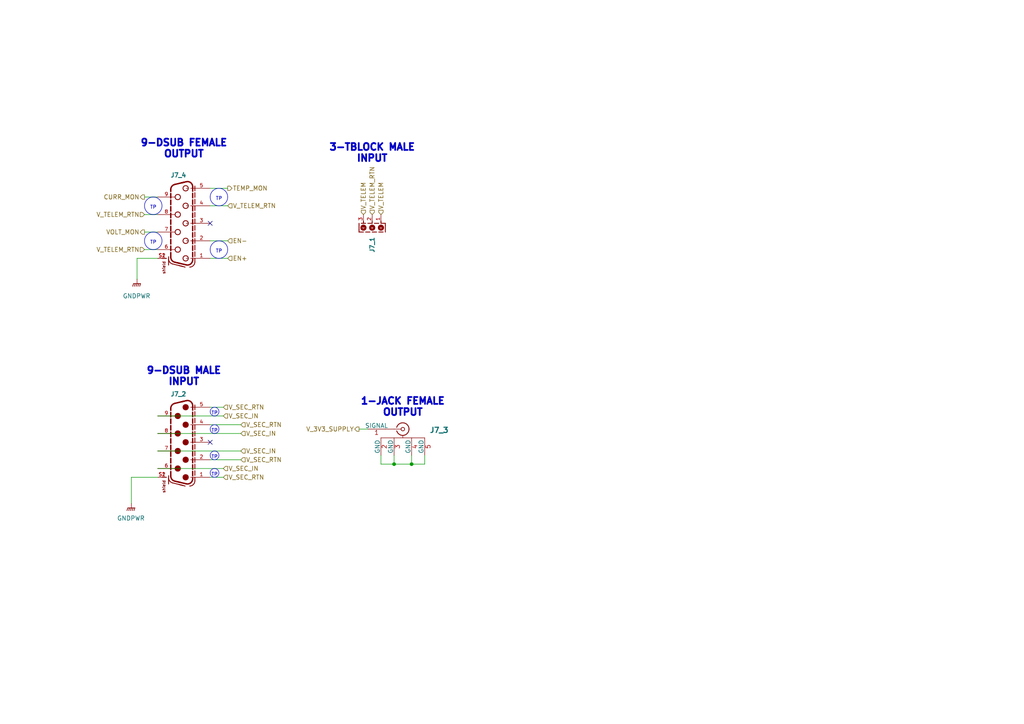
<source format=kicad_sch>
(kicad_sch
	(version 20250114)
	(generator "eeschema")
	(generator_version "9.0")
	(uuid "72a7779b-414e-41ed-9550-88aa3dffab86")
	(paper "A4")
	(lib_symbols
		(symbol "6180XX231121_618009231121_1"
			(pin_names
				(offset 1.016)
			)
			(exclude_from_sim no)
			(in_bom yes)
			(on_board yes)
			(property "Reference" "J"
				(at 13.78 1.66 0)
				(effects
					(font
						(size 1.27 1.27)
					)
					(justify left bottom)
				)
			)
			(property "Value" "618009231121"
				(at 0 0 0)
				(effects
					(font
						(size 1.27 1.27)
					)
					(justify bottom)
					(hide yes)
				)
			)
			(property "Footprint" "6180XX231121_618009231121:618009231121"
				(at 0 0 0)
				(effects
					(font
						(size 1.27 1.27)
					)
					(justify bottom)
					(hide yes)
				)
			)
			(property "Datasheet" "https://www.we-online.com/components/products/datasheet/618009231121.pdf"
				(at 0 0 0)
				(effects
					(font
						(size 1.27 1.27)
					)
					(hide yes)
				)
			)
			(property "Description" "9 Position D-Sub Receptacle, Female Sockets Connector"
				(at 0 0 0)
				(effects
					(font
						(size 1.27 1.27)
					)
					(hide yes)
				)
			)
			(property "Manufacturer" "Wurth Elektronik"
				(at 0 0 0)
				(effects
					(font
						(size 1.27 1.27)
					)
					(justify bottom)
					(hide yes)
				)
			)
			(property "Man. Part Num" "618009231121"
				(at 0 0 0)
				(effects
					(font
						(size 1.27 1.27)
					)
					(justify bottom)
					(hide yes)
				)
			)
			(property "Gender" "Female"
				(at 0 0 0)
				(effects
					(font
						(size 1.27 1.27)
					)
					(justify bottom)
					(hide yes)
				)
			)
			(property "Part Type" "Through Hole"
				(at 0 0 0)
				(effects
					(font
						(size 1.27 1.27)
					)
					(hide yes)
				)
			)
			(property "Voltage Rating" "125 VAC"
				(at 0 0 0)
				(effects
					(font
						(size 1.27 1.27)
					)
					(justify bottom)
					(hide yes)
				)
			)
			(property "Distributor" "Digi-Key"
				(at 0 0 0)
				(effects
					(font
						(size 1.27 1.27)
					)
					(hide yes)
				)
			)
			(property "Dist. Part Num" "732-618009231121-ND"
				(at 0 0 0)
				(effects
					(font
						(size 1.27 1.27)
					)
					(hide yes)
				)
			)
			(property "Dist. URL" "https://www.digikey.com/en/products/detail/w%C3%BCrth-elektronik/618009231121/10484687?s=N4IgTCBcDaIOwGYwFoBsBGAHABmwTjAXXTHWQDkAREAXQF8g"
				(at 0 0 0)
				(effects
					(font
						(size 1.27 1.27)
					)
					(hide yes)
				)
			)
			(property "ki_keywords" "9 Position D-Sub Receptacle, Female Sockets Connector"
				(at 0 0 0)
				(effects
					(font
						(size 1.27 1.27)
					)
					(hide yes)
				)
			)
			(symbol "6180XX231121_618009231121_1_0_0"
				(polyline
					(pts
						(xy -11.7108 -0.8009) (xy -12.0642 0.6952)
					)
					(stroke
						(width 0.4064)
						(type default)
					)
					(fill
						(type none)
					)
				)
				(polyline
					(pts
						(xy -11.2729 -2.6548) (xy -11.9182 0.0772)
					)
					(stroke
						(width 0.4064)
						(type default)
					)
					(fill
						(type none)
					)
				)
				(polyline
					(pts
						(xy -10.795 3.175) (xy -9.4305 3.175)
					)
					(stroke
						(width 0.254)
						(type default)
					)
					(fill
						(type none)
					)
				)
				(polyline
					(pts
						(xy -10.6044 2.54) (xy -9.3113 2.54)
					)
					(stroke
						(width 0.4064)
						(type default)
					)
					(fill
						(type none)
					)
				)
				(arc
					(start -12.0642 0.6952)
					(mid -11.7806 1.9708)
					(end -10.6044 2.54)
					(stroke
						(width 0.4064)
						(type default)
					)
					(fill
						(type none)
					)
				)
				(polyline
					(pts
						(xy -10.16 2.58) (xy -10.16 1.935)
					)
					(stroke
						(width 0.1524)
						(type default)
					)
					(fill
						(type none)
					)
				)
				(polyline
					(pts
						(xy -10.16 0.675) (xy -10.16 1.3)
					)
					(stroke
						(width 0.1524)
						(type default)
					)
					(fill
						(type none)
					)
				)
				(circle
					(center -10.16 0.508)
					(radius 0.762)
					(stroke
						(width 0.254)
						(type default)
					)
					(fill
						(type none)
					)
				)
				(arc
					(start -9.8131 -3.81)
					(mid -10.7439 -3.4862)
					(end -11.2729 -2.6548)
					(stroke
						(width 0.4064)
						(type default)
					)
					(fill
						(type none)
					)
				)
				(polyline
					(pts
						(xy -9.237 -3.81) (xy -9.8131 -3.81)
					)
					(stroke
						(width 0.4064)
						(type default)
					)
					(fill
						(type none)
					)
				)
				(polyline
					(pts
						(xy -8.89 3.175) (xy -7.5255 3.175)
					)
					(stroke
						(width 0.254)
						(type default)
					)
					(fill
						(type none)
					)
				)
				(polyline
					(pts
						(xy -8.6994 2.54) (xy -7.4063 2.54)
					)
					(stroke
						(width 0.4064)
						(type default)
					)
					(fill
						(type none)
					)
				)
				(circle
					(center -7.62 -1.778)
					(radius 0.762)
					(stroke
						(width 0.254)
						(type default)
					)
					(fill
						(type none)
					)
				)
				(polyline
					(pts
						(xy -7.332 -3.81) (xy -8.6596 -3.81)
					)
					(stroke
						(width 0.4064)
						(type default)
					)
					(fill
						(type none)
					)
				)
				(polyline
					(pts
						(xy -6.985 3.175) (xy -5.6205 3.175)
					)
					(stroke
						(width 0.254)
						(type default)
					)
					(fill
						(type none)
					)
				)
				(polyline
					(pts
						(xy -6.7944 2.54) (xy -5.5013 2.54)
					)
					(stroke
						(width 0.4064)
						(type default)
					)
					(fill
						(type none)
					)
				)
				(polyline
					(pts
						(xy -5.427 -3.81) (xy -6.7546 -3.81)
					)
					(stroke
						(width 0.4064)
						(type default)
					)
					(fill
						(type none)
					)
				)
				(polyline
					(pts
						(xy -5.08 3.175) (xy -3.7155 3.175)
					)
					(stroke
						(width 0.254)
						(type default)
					)
					(fill
						(type none)
					)
				)
				(polyline
					(pts
						(xy -5.08 2.58) (xy -5.08 1.935)
					)
					(stroke
						(width 0.1524)
						(type default)
					)
					(fill
						(type none)
					)
				)
				(polyline
					(pts
						(xy -5.08 0.675) (xy -5.08 1.3)
					)
					(stroke
						(width 0.1524)
						(type default)
					)
					(fill
						(type none)
					)
				)
				(circle
					(center -5.08 0.508)
					(radius 0.762)
					(stroke
						(width 0.254)
						(type default)
					)
					(fill
						(type none)
					)
				)
				(polyline
					(pts
						(xy -4.8894 2.54) (xy -3.5963 2.54)
					)
					(stroke
						(width 0.4064)
						(type default)
					)
					(fill
						(type none)
					)
				)
				(polyline
					(pts
						(xy -3.522 -3.81) (xy -4.8496 -3.81)
					)
					(stroke
						(width 0.4064)
						(type default)
					)
					(fill
						(type none)
					)
				)
				(polyline
					(pts
						(xy -3.175 3.175) (xy -1.8105 3.175)
					)
					(stroke
						(width 0.254)
						(type default)
					)
					(fill
						(type none)
					)
				)
				(polyline
					(pts
						(xy -2.9844 2.54) (xy -1.6913 2.54)
					)
					(stroke
						(width 0.4064)
						(type default)
					)
					(fill
						(type none)
					)
				)
				(circle
					(center -2.54 -1.778)
					(radius 0.762)
					(stroke
						(width 0.254)
						(type default)
					)
					(fill
						(type none)
					)
				)
				(polyline
					(pts
						(xy -1.617 -3.81) (xy -2.9446 -3.81)
					)
					(stroke
						(width 0.4064)
						(type default)
					)
					(fill
						(type none)
					)
				)
				(polyline
					(pts
						(xy -1.27 3.175) (xy 0.0945 3.175)
					)
					(stroke
						(width 0.254)
						(type default)
					)
					(fill
						(type none)
					)
				)
				(polyline
					(pts
						(xy -1.0794 2.54) (xy 0.2137 2.54)
					)
					(stroke
						(width 0.4064)
						(type default)
					)
					(fill
						(type none)
					)
				)
				(polyline
					(pts
						(xy 0 2.58) (xy 0 1.935)
					)
					(stroke
						(width 0.1524)
						(type default)
					)
					(fill
						(type none)
					)
				)
				(polyline
					(pts
						(xy 0 0.675) (xy 0 1.3)
					)
					(stroke
						(width 0.1524)
						(type default)
					)
					(fill
						(type none)
					)
				)
				(circle
					(center 0 0.508)
					(radius 0.762)
					(stroke
						(width 0.254)
						(type default)
					)
					(fill
						(type none)
					)
				)
				(polyline
					(pts
						(xy 0.288 -3.81) (xy -1.0396 -3.81)
					)
					(stroke
						(width 0.4064)
						(type default)
					)
					(fill
						(type none)
					)
				)
				(polyline
					(pts
						(xy 0.635 3.175) (xy 1.9996 3.175)
					)
					(stroke
						(width 0.254)
						(type default)
					)
					(fill
						(type none)
					)
				)
				(polyline
					(pts
						(xy 0.8256 2.54) (xy 2.1187 2.54)
					)
					(stroke
						(width 0.4064)
						(type default)
					)
					(fill
						(type none)
					)
				)
				(polyline
					(pts
						(xy 2.1931 -3.81) (xy 0.8654 -3.81)
					)
					(stroke
						(width 0.4064)
						(type default)
					)
					(fill
						(type none)
					)
				)
				(polyline
					(pts
						(xy 2.54 3.175) (xy 3.9046 3.175)
					)
					(stroke
						(width 0.254)
						(type default)
					)
					(fill
						(type none)
					)
				)
				(circle
					(center 2.54 -1.778)
					(radius 0.762)
					(stroke
						(width 0.254)
						(type default)
					)
					(fill
						(type none)
					)
				)
				(polyline
					(pts
						(xy 2.7306 2.54) (xy 4.0237 2.54)
					)
					(stroke
						(width 0.4064)
						(type default)
					)
					(fill
						(type none)
					)
				)
				(polyline
					(pts
						(xy 4.0981 -3.81) (xy 2.7704 -3.81)
					)
					(stroke
						(width 0.4064)
						(type default)
					)
					(fill
						(type none)
					)
				)
				(polyline
					(pts
						(xy 4.445 3.175) (xy 5.8096 3.175)
					)
					(stroke
						(width 0.254)
						(type default)
					)
					(fill
						(type none)
					)
				)
				(polyline
					(pts
						(xy 4.6356 2.54) (xy 5.9287 2.54)
					)
					(stroke
						(width 0.4064)
						(type default)
					)
					(fill
						(type none)
					)
				)
				(polyline
					(pts
						(xy 5.08 2.58) (xy 5.08 1.935)
					)
					(stroke
						(width 0.1524)
						(type default)
					)
					(fill
						(type none)
					)
				)
				(polyline
					(pts
						(xy 5.08 0.675) (xy 5.08 1.3)
					)
					(stroke
						(width 0.1524)
						(type default)
					)
					(fill
						(type none)
					)
				)
				(circle
					(center 5.08 0.508)
					(radius 0.762)
					(stroke
						(width 0.254)
						(type default)
					)
					(fill
						(type none)
					)
				)
				(polyline
					(pts
						(xy 6.0031 -3.81) (xy 4.6754 -3.81)
					)
					(stroke
						(width 0.4064)
						(type default)
					)
					(fill
						(type none)
					)
				)
				(polyline
					(pts
						(xy 6.35 3.175) (xy 7.7146 3.175)
					)
					(stroke
						(width 0.254)
						(type default)
					)
					(fill
						(type none)
					)
				)
				(polyline
					(pts
						(xy 6.5406 2.54) (xy 7.8337 2.54)
					)
					(stroke
						(width 0.4064)
						(type default)
					)
					(fill
						(type none)
					)
				)
				(circle
					(center 7.62 -1.778)
					(radius 0.762)
					(stroke
						(width 0.254)
						(type default)
					)
					(fill
						(type none)
					)
				)
				(polyline
					(pts
						(xy 7.9081 -3.81) (xy 6.5804 -3.81)
					)
					(stroke
						(width 0.4064)
						(type default)
					)
					(fill
						(type none)
					)
				)
				(polyline
					(pts
						(xy 8.255 3.175) (xy 9.6196 3.175)
					)
					(stroke
						(width 0.254)
						(type default)
					)
					(fill
						(type none)
					)
				)
				(polyline
					(pts
						(xy 8.4456 2.54) (xy 9.7387 2.54)
					)
					(stroke
						(width 0.4064)
						(type default)
					)
					(fill
						(type none)
					)
				)
				(arc
					(start 11.2729 -2.6548)
					(mid 10.7439 -3.4863)
					(end 9.8131 -3.81)
					(stroke
						(width 0.4064)
						(type default)
					)
					(fill
						(type none)
					)
				)
				(polyline
					(pts
						(xy 9.8131 -3.81) (xy 8.4854 -3.81)
					)
					(stroke
						(width 0.4064)
						(type default)
					)
					(fill
						(type none)
					)
				)
				(polyline
					(pts
						(xy 10.16 3.175) (xy 11.2 3.175)
					)
					(stroke
						(width 0.254)
						(type default)
					)
					(fill
						(type none)
					)
				)
				(polyline
					(pts
						(xy 10.16 2.58) (xy 10.16 1.935)
					)
					(stroke
						(width 0.1524)
						(type default)
					)
					(fill
						(type none)
					)
				)
				(polyline
					(pts
						(xy 10.16 0.675) (xy 10.16 1.3)
					)
					(stroke
						(width 0.1524)
						(type default)
					)
					(fill
						(type none)
					)
				)
				(circle
					(center 10.16 0.508)
					(radius 0.762)
					(stroke
						(width 0.254)
						(type default)
					)
					(fill
						(type none)
					)
				)
				(polyline
					(pts
						(xy 10.16 -4.445) (xy 10.16 -4.445)
					)
					(stroke
						(width 0.254)
						(type default)
					)
					(fill
						(type none)
					)
				)
				(polyline
					(pts
						(xy 10.16 -6.35) (xy 10.16 -5.08)
					)
					(stroke
						(width 0.254)
						(type default)
					)
					(fill
						(type none)
					)
				)
				(polyline
					(pts
						(xy 10.2 -4.44) (xy 9.6938 -4.44)
					)
					(stroke
						(width 0.254)
						(type default)
					)
					(fill
						(type none)
					)
				)
				(arc
					(start 11.7841 -3.3038)
					(mid 11.2519 -4.1219)
					(end 10.3288 -4.44)
					(stroke
						(width 0.254)
						(type default)
					)
					(fill
						(type none)
					)
				)
				(polyline
					(pts
						(xy 10.3506 2.54) (xy 10.6044 2.54)
					)
					(stroke
						(width 0.4064)
						(type default)
					)
					(fill
						(type none)
					)
				)
				(arc
					(start 10.6044 2.54)
					(mid 11.7804 1.9707)
					(end 12.0642 0.6952)
					(stroke
						(width 0.4064)
						(type default)
					)
					(fill
						(type none)
					)
				)
				(arc
					(start 11.2 3.175)
					(mid 12.2607 2.7357)
					(end 12.7 1.675)
					(stroke
						(width 0.254)
						(type default)
					)
					(fill
						(type none)
					)
				)
				(polyline
					(pts
						(xy 11.6263 -1.1588) (xy 11.2729 -2.6548)
					)
					(stroke
						(width 0.4064)
						(type default)
					)
					(fill
						(type none)
					)
				)
				(polyline
					(pts
						(xy 11.7841 -3.3038) (xy 12.546 -0.256)
					)
					(stroke
						(width 0.254)
						(type default)
					)
					(fill
						(type none)
					)
				)
				(polyline
					(pts
						(xy 12.0642 0.6952) (xy 11.4189 -2.0369)
					)
					(stroke
						(width 0.4064)
						(type default)
					)
					(fill
						(type none)
					)
				)
				(polyline
					(pts
						(xy 12.105 -4.44) (xy 10.3288 -4.44)
					)
					(stroke
						(width 0.254)
						(type default)
					)
					(fill
						(type none)
					)
				)
				(polyline
					(pts
						(xy 12.2461 -1.4557) (xy 12.7 0.36)
					)
					(stroke
						(width 0.254)
						(type default)
					)
					(fill
						(type none)
					)
				)
				(text "shield"
					(at 10.9 -5.32 0)
					(effects
						(font
							(size 0.8128 0.8128)
						)
						(justify left bottom)
					)
				)
				(pin bidirectional line
					(at -10.16 7.62 270)
					(length 5.08)
					(name "~"
						(effects
							(font
								(size 1.016 1.016)
							)
						)
					)
					(number "5"
						(effects
							(font
								(size 1.016 1.016)
							)
						)
					)
				)
				(pin bidirectional line
					(at -7.62 -7.62 90)
					(length 5.08)
					(name "~"
						(effects
							(font
								(size 1.016 1.016)
							)
						)
					)
					(number "9"
						(effects
							(font
								(size 1.016 1.016)
							)
						)
					)
				)
				(pin bidirectional line
					(at -5.08 7.62 270)
					(length 5.08)
					(name "~"
						(effects
							(font
								(size 1.016 1.016)
							)
						)
					)
					(number "4"
						(effects
							(font
								(size 1.016 1.016)
							)
						)
					)
				)
				(pin bidirectional line
					(at -2.54 -7.62 90)
					(length 5.08)
					(name "~"
						(effects
							(font
								(size 1.016 1.016)
							)
						)
					)
					(number "8"
						(effects
							(font
								(size 1.016 1.016)
							)
						)
					)
				)
				(pin bidirectional line
					(at 0 7.62 270)
					(length 5.08)
					(name "~"
						(effects
							(font
								(size 1.016 1.016)
							)
						)
					)
					(number "3"
						(effects
							(font
								(size 1.016 1.016)
							)
						)
					)
				)
				(pin bidirectional line
					(at 2.54 -7.62 90)
					(length 5.08)
					(name "~"
						(effects
							(font
								(size 1.016 1.016)
							)
						)
					)
					(number "7"
						(effects
							(font
								(size 1.016 1.016)
							)
						)
					)
				)
				(pin bidirectional line
					(at 5.08 7.62 270)
					(length 5.08)
					(name "~"
						(effects
							(font
								(size 1.016 1.016)
							)
						)
					)
					(number "2"
						(effects
							(font
								(size 1.016 1.016)
							)
						)
					)
				)
				(pin bidirectional line
					(at 10.16 7.62 270)
					(length 5.08)
					(name "~"
						(effects
							(font
								(size 1.016 1.016)
							)
						)
					)
					(number "1"
						(effects
							(font
								(size 1.016 1.016)
							)
						)
					)
				)
				(pin bidirectional line
					(at 10.16 -7.62 90)
					(length 2.54)
					(name "~"
						(effects
							(font
								(size 1.016 1.016)
							)
						)
					)
					(number "S2"
						(effects
							(font
								(size 1.016 1.016)
							)
						)
					)
				)
			)
			(symbol "6180XX231121_618009231121_1_1_0"
				(pin bidirectional line
					(at 7.62 -7.62 90)
					(length 5.08)
					(name "~"
						(effects
							(font
								(size 1.016 1.016)
							)
						)
					)
					(number "6"
						(effects
							(font
								(size 1.016 1.016)
							)
						)
					)
				)
				(pin bidirectional line
					(at 10.16 -7.62 90)
					(length 2.54)
					(name "~"
						(effects
							(font
								(size 1.016 1.016)
							)
						)
					)
					(number "S1"
						(effects
							(font
								(size 1.016 1.016)
							)
						)
					)
				)
			)
			(embedded_fonts no)
		)
		(symbol "Adam_Tech:RF2-49B-T-00-50-G-HDW"
			(pin_names
				(offset 0)
			)
			(exclude_from_sim no)
			(in_bom yes)
			(on_board yes)
			(property "Reference" "J"
				(at 14.732 20.32 0)
				(effects
					(font
						(size 1.524 1.524)
					)
				)
			)
			(property "Value" "RF2-49B-T-00-50-G-HDW"
				(at 18.542 23.368 0)
				(effects
					(font
						(size 1.524 1.524)
					)
					(hide yes)
				)
			)
			(property "Footprint" "Adam_Tech:CONN_RF2-49B-T-00-50-G-HDW_ADM"
				(at 12.7 2.794 0)
				(effects
					(font
						(size 1.27 1.27)
						(italic yes)
					)
					(hide yes)
				)
			)
			(property "Datasheet" "https://app.adam-tech.com/products/download/data_sheet/219119/rf2-49b-t-00-50-g-hdw-data-sheet.pdf"
				(at 10.922 0.762 0)
				(effects
					(font
						(size 1.27 1.27)
						(italic yes)
					)
					(hide yes)
				)
			)
			(property "Description" "SMA Connector Jack, Female Socket 50 Ohms Through Hole, Right Angle Solder (Voltage Rating = 335V)"
				(at 6.35 17.78 0)
				(effects
					(font
						(size 1.27 1.27)
					)
					(hide yes)
				)
			)
			(property "Manufacturer" "Adam Tech"
				(at 0 0 0)
				(effects
					(font
						(size 1.27 1.27)
					)
					(hide yes)
				)
			)
			(property "Man. Part Num" "RF2-49B-T-00-50-G-HDW"
				(at 0 0 0)
				(effects
					(font
						(size 1.27 1.27)
					)
					(hide yes)
				)
			)
			(property "Distributor" "Mouser"
				(at 0 0 0)
				(effects
					(font
						(size 1.27 1.27)
					)
					(hide yes)
				)
			)
			(property "Dist. Part Num" "737-RF249BT0050GHDW"
				(at 0 0 0)
				(effects
					(font
						(size 1.27 1.27)
					)
					(hide yes)
				)
			)
			(property "Part Type" "Through Hole"
				(at 0 0 0)
				(effects
					(font
						(size 1.27 1.27)
					)
					(hide yes)
				)
			)
			(property "Package" "SMA"
				(at 0 0 0)
				(effects
					(font
						(size 1.27 1.27)
					)
					(hide yes)
				)
			)
			(property "Notes" ""
				(at 0 0 0)
				(effects
					(font
						(size 1.27 1.27)
					)
					(hide yes)
				)
			)
			(property "ki_keywords" "RF2-49B-T-00-50-G-HDW"
				(at 0 0 0)
				(effects
					(font
						(size 1.27 1.27)
					)
					(hide yes)
				)
			)
			(property "ki_fp_filters" "CONN_RF2-49B-T-00-50-G-HDW_ADM"
				(at 0 0 0)
				(effects
					(font
						(size 1.27 1.27)
					)
					(hide yes)
				)
			)
			(symbol "RF2-49B-T-00-50-G-HDW_0_1"
				(polyline
					(pts
						(xy 11.43 13.97) (xy 24.13 13.97)
					)
					(stroke
						(width 0)
						(type default)
					)
					(fill
						(type none)
					)
				)
				(polyline
					(pts
						(xy 15.24 16.51) (xy 12.7 16.51)
					)
					(stroke
						(width 0)
						(type default)
					)
					(fill
						(type none)
					)
				)
				(polyline
					(pts
						(xy 15.24 16.51) (xy 17.272 16.51)
					)
					(stroke
						(width 0)
						(type default)
					)
					(fill
						(type none)
					)
				)
				(arc
					(start 16.002 17.018)
					(mid 18.0023 18.3184)
					(end 19.558 16.51)
					(stroke
						(width 0.254)
						(type default)
					)
					(fill
						(type none)
					)
				)
				(arc
					(start 19.558 16.51)
					(mid 18.0022 14.7022)
					(end 16.002 16.002)
					(stroke
						(width 0.254)
						(type default)
					)
					(fill
						(type none)
					)
				)
				(circle
					(center 17.78 16.51)
					(radius 0.508)
					(stroke
						(width 0.2032)
						(type default)
					)
					(fill
						(type none)
					)
				)
				(polyline
					(pts
						(xy 17.78 13.97) (xy 17.78 14.732)
					)
					(stroke
						(width 0)
						(type default)
					)
					(fill
						(type none)
					)
				)
			)
			(symbol "RF2-49B-T-00-50-G-HDW_1_1"
				(pin unspecified line
					(at 7.62 16.51 0)
					(length 5.08)
					(name "SIGNAL"
						(effects
							(font
								(size 1.27 1.27)
							)
						)
					)
					(number "1"
						(effects
							(font
								(size 1.27 1.27)
							)
						)
					)
				)
				(pin power_in line
					(at 11.43 8.89 90)
					(length 5.08)
					(name "GND"
						(effects
							(font
								(size 1.27 1.27)
							)
						)
					)
					(number "2"
						(effects
							(font
								(size 1.27 1.27)
							)
						)
					)
				)
				(pin power_in line
					(at 15.24 8.89 90)
					(length 5.08)
					(name "GND"
						(effects
							(font
								(size 1.27 1.27)
							)
						)
					)
					(number "3"
						(effects
							(font
								(size 1.27 1.27)
							)
						)
					)
				)
				(pin power_in line
					(at 20.32 8.89 90)
					(length 5.08)
					(name "GND"
						(effects
							(font
								(size 1.27 1.27)
							)
						)
					)
					(number "4"
						(effects
							(font
								(size 1.27 1.27)
							)
						)
					)
				)
				(pin power_in line
					(at 24.13 8.89 90)
					(length 5.08)
					(name "GND"
						(effects
							(font
								(size 1.27 1.27)
							)
						)
					)
					(number "5"
						(effects
							(font
								(size 1.27 1.27)
							)
						)
					)
				)
			)
			(symbol "RF2-49B-T-00-50-G-HDW_1_2"
				(polyline
					(pts
						(xy 5.08 2.54) (xy 5.08 -12.7)
					)
					(stroke
						(width 0.127)
						(type default)
					)
					(fill
						(type none)
					)
				)
				(polyline
					(pts
						(xy 5.08 -12.7) (xy 12.7 -12.7)
					)
					(stroke
						(width 0.127)
						(type default)
					)
					(fill
						(type none)
					)
				)
				(polyline
					(pts
						(xy 7.62 0) (xy 5.08 0)
					)
					(stroke
						(width 0.127)
						(type default)
					)
					(fill
						(type none)
					)
				)
				(polyline
					(pts
						(xy 7.62 0) (xy 8.89 0.8467)
					)
					(stroke
						(width 0.127)
						(type default)
					)
					(fill
						(type none)
					)
				)
				(polyline
					(pts
						(xy 7.62 0) (xy 8.89 -0.8467)
					)
					(stroke
						(width 0.127)
						(type default)
					)
					(fill
						(type none)
					)
				)
				(polyline
					(pts
						(xy 7.62 -2.54) (xy 5.08 -2.54)
					)
					(stroke
						(width 0.127)
						(type default)
					)
					(fill
						(type none)
					)
				)
				(polyline
					(pts
						(xy 7.62 -2.54) (xy 8.89 -1.6933)
					)
					(stroke
						(width 0.127)
						(type default)
					)
					(fill
						(type none)
					)
				)
				(polyline
					(pts
						(xy 7.62 -2.54) (xy 8.89 -3.3867)
					)
					(stroke
						(width 0.127)
						(type default)
					)
					(fill
						(type none)
					)
				)
				(polyline
					(pts
						(xy 7.62 -5.08) (xy 5.08 -5.08)
					)
					(stroke
						(width 0.127)
						(type default)
					)
					(fill
						(type none)
					)
				)
				(polyline
					(pts
						(xy 7.62 -5.08) (xy 8.89 -4.2333)
					)
					(stroke
						(width 0.127)
						(type default)
					)
					(fill
						(type none)
					)
				)
				(polyline
					(pts
						(xy 7.62 -5.08) (xy 8.89 -5.9267)
					)
					(stroke
						(width 0.127)
						(type default)
					)
					(fill
						(type none)
					)
				)
				(polyline
					(pts
						(xy 7.62 -7.62) (xy 5.08 -7.62)
					)
					(stroke
						(width 0.127)
						(type default)
					)
					(fill
						(type none)
					)
				)
				(polyline
					(pts
						(xy 7.62 -7.62) (xy 8.89 -6.7733)
					)
					(stroke
						(width 0.127)
						(type default)
					)
					(fill
						(type none)
					)
				)
				(polyline
					(pts
						(xy 7.62 -7.62) (xy 8.89 -8.4667)
					)
					(stroke
						(width 0.127)
						(type default)
					)
					(fill
						(type none)
					)
				)
				(polyline
					(pts
						(xy 7.62 -10.16) (xy 5.08 -10.16)
					)
					(stroke
						(width 0.127)
						(type default)
					)
					(fill
						(type none)
					)
				)
				(polyline
					(pts
						(xy 7.62 -10.16) (xy 8.89 -9.3133)
					)
					(stroke
						(width 0.127)
						(type default)
					)
					(fill
						(type none)
					)
				)
				(polyline
					(pts
						(xy 7.62 -10.16) (xy 8.89 -11.0067)
					)
					(stroke
						(width 0.127)
						(type default)
					)
					(fill
						(type none)
					)
				)
				(polyline
					(pts
						(xy 12.7 2.54) (xy 5.08 2.54)
					)
					(stroke
						(width 0.127)
						(type default)
					)
					(fill
						(type none)
					)
				)
				(polyline
					(pts
						(xy 12.7 -12.7) (xy 12.7 2.54)
					)
					(stroke
						(width 0.127)
						(type default)
					)
					(fill
						(type none)
					)
				)
				(pin unspecified line
					(at 0 0 0)
					(length 5.08)
					(name "SIGNAL"
						(effects
							(font
								(size 1.27 1.27)
							)
						)
					)
					(number "1"
						(effects
							(font
								(size 1.27 1.27)
							)
						)
					)
				)
				(pin unspecified line
					(at 0 -2.54 0)
					(length 5.08)
					(name "GND"
						(effects
							(font
								(size 1.27 1.27)
							)
						)
					)
					(number "2"
						(effects
							(font
								(size 1.27 1.27)
							)
						)
					)
				)
				(pin unspecified line
					(at 0 -5.08 0)
					(length 5.08)
					(name "GND"
						(effects
							(font
								(size 1.27 1.27)
							)
						)
					)
					(number "3"
						(effects
							(font
								(size 1.27 1.27)
							)
						)
					)
				)
				(pin unspecified line
					(at 0 -7.62 0)
					(length 5.08)
					(name "GND"
						(effects
							(font
								(size 1.27 1.27)
							)
						)
					)
					(number "4"
						(effects
							(font
								(size 1.27 1.27)
							)
						)
					)
				)
				(pin unspecified line
					(at 0 -10.16 0)
					(length 5.08)
					(name "GND"
						(effects
							(font
								(size 1.27 1.27)
							)
						)
					)
					(number "5"
						(effects
							(font
								(size 1.27 1.27)
							)
						)
					)
				)
			)
			(embedded_fonts no)
		)
		(symbol "Wurth Elektronik:691322310003"
			(pin_names
				(offset 1.016)
			)
			(exclude_from_sim no)
			(in_bom yes)
			(on_board yes)
			(property "Reference" "J"
				(at -4.99 -1.205 0)
				(effects
					(font
						(size 1.27 1.27)
					)
					(justify right bottom)
				)
			)
			(property "Value" "691322310003"
				(at 0 0 0)
				(effects
					(font
						(size 1.27 1.27)
					)
					(justify bottom)
					(hide yes)
				)
			)
			(property "Footprint" "691322310003:691322310003"
				(at 0 0 0)
				(effects
					(font
						(size 1.27 1.27)
					)
					(justify bottom)
					(hide yes)
				)
			)
			(property "Datasheet" "https://www.we-online.com/components/products/datasheet/6913223100xx.pdf"
				(at 0 0 0)
				(effects
					(font
						(size 1.27 1.27)
					)
					(hide yes)
				)
			)
			(property "Description" "3 Position Terminal Block Header, Male Pins, Shrouded (4 Side) 0.150\" (3.81mm) 90°, Right Angle Through Hole"
				(at 0 0 0)
				(effects
					(font
						(size 1.27 1.27)
					)
					(hide yes)
				)
			)
			(property "Manufacturer" "Würth Elektronik"
				(at 0 0 0)
				(effects
					(font
						(size 1.27 1.27)
					)
					(justify bottom)
					(hide yes)
				)
			)
			(property "Package" "-"
				(at 0 0 0)
				(effects
					(font
						(size 1.27 1.27)
					)
					(justify bottom)
					(hide yes)
				)
			)
			(property "Part Type" "Through Hole"
				(at 0 0 0)
				(effects
					(font
						(size 1.27 1.27)
					)
					(justify bottom)
					(hide yes)
				)
			)
			(property "IR-VDE" "10.5A"
				(at 0 0 0)
				(effects
					(font
						(size 1.27 1.27)
					)
					(justify bottom)
					(hide yes)
				)
			)
			(property "IR-UL" "10A"
				(at 0 0 0)
				(effects
					(font
						(size 1.27 1.27)
					)
					(justify bottom)
					(hide yes)
				)
			)
			(property "WORKING-VOLTAGE-UL" "300V (AC)"
				(at 0 0 0)
				(effects
					(font
						(size 1.27 1.27)
					)
					(justify bottom)
					(hide yes)
				)
			)
			(property "Man. Part Num" "691322310003"
				(at 0 0 0)
				(effects
					(font
						(size 1.27 1.27)
					)
					(justify bottom)
					(hide yes)
				)
			)
			(property "Distributor" "Digi-Key"
				(at 0 0 0)
				(effects
					(font
						(size 1.27 1.27)
					)
					(justify bottom)
					(hide yes)
				)
			)
			(property "PITCH" "3.81mm"
				(at 0 0 0)
				(effects
					(font
						(size 1.27 1.27)
					)
					(justify bottom)
					(hide yes)
				)
			)
			(property "PINS" "3"
				(at 0 0 0)
				(effects
					(font
						(size 1.27 1.27)
					)
					(justify bottom)
					(hide yes)
				)
			)
			(property "WORKING-VOLTAGE-VDE" "300V (AC)"
				(at 0 0 0)
				(effects
					(font
						(size 1.27 1.27)
					)
					(justify bottom)
					(hide yes)
				)
			)
			(property "Dist. Part Num" "732-2089-ND"
				(at 0 0 0)
				(effects
					(font
						(size 1.27 1.27)
					)
					(hide yes)
				)
			)
			(property "Notes" "-"
				(at 0 0 0)
				(effects
					(font
						(size 1.27 1.27)
					)
					(hide yes)
				)
			)
			(symbol "691322310003_0_0"
				(polyline
					(pts
						(xy -3.81 0) (xy -3.81 0)
					)
					(stroke
						(width 0.254)
						(type default)
					)
					(fill
						(type none)
					)
				)
				(polyline
					(pts
						(xy -3.81 0) (xy -3.81 -1.905)
					)
					(stroke
						(width 0.254)
						(type default)
					)
					(fill
						(type none)
					)
				)
				(polyline
					(pts
						(xy -3.81 -1.905) (xy -3.81 -2.54)
					)
					(stroke
						(width 0.254)
						(type default)
					)
					(fill
						(type none)
					)
				)
				(polyline
					(pts
						(xy -3.81 -2.54) (xy -2.54 -2.54)
					)
					(stroke
						(width 0.254)
						(type default)
					)
					(fill
						(type none)
					)
				)
				(circle
					(center -2.54 -1.27)
					(radius 0.254)
					(stroke
						(width 0.635)
						(type default)
					)
					(fill
						(type none)
					)
				)
				(polyline
					(pts
						(xy -2.54 -1.27) (xy -2.54 -1.905)
					)
					(stroke
						(width 0.254)
						(type default)
					)
					(fill
						(type none)
					)
				)
				(polyline
					(pts
						(xy -2.54 -3.175) (xy -2.54 -2.54)
					)
					(stroke
						(width 0.254)
						(type default)
					)
					(fill
						(type none)
					)
				)
				(polyline
					(pts
						(xy -1.905 0) (xy -3.175 0)
					)
					(stroke
						(width 0.254)
						(type default)
					)
					(fill
						(type none)
					)
				)
				(polyline
					(pts
						(xy -1.905 -2.54) (xy -0.635 -2.54)
					)
					(stroke
						(width 0.254)
						(type default)
					)
					(fill
						(type none)
					)
				)
				(polyline
					(pts
						(xy 0 0) (xy -1.27 0)
					)
					(stroke
						(width 0.254)
						(type default)
					)
					(fill
						(type none)
					)
				)
				(polyline
					(pts
						(xy 0 -1.27) (xy 0 -1.905)
					)
					(stroke
						(width 0.254)
						(type default)
					)
					(fill
						(type none)
					)
				)
				(circle
					(center 0 -1.27)
					(radius 0.254)
					(stroke
						(width 0.635)
						(type default)
					)
					(fill
						(type none)
					)
				)
				(polyline
					(pts
						(xy 0 -2.54) (xy 1.27 -2.54)
					)
					(stroke
						(width 0.254)
						(type default)
					)
					(fill
						(type none)
					)
				)
				(polyline
					(pts
						(xy 0 -3.175) (xy 0 -2.54)
					)
					(stroke
						(width 0.254)
						(type default)
					)
					(fill
						(type none)
					)
				)
				(polyline
					(pts
						(xy 1.905 0) (xy 0.635 0)
					)
					(stroke
						(width 0.254)
						(type default)
					)
					(fill
						(type none)
					)
				)
				(polyline
					(pts
						(xy 1.905 -2.54) (xy 3.175 -2.54)
					)
					(stroke
						(width 0.254)
						(type default)
					)
					(fill
						(type none)
					)
				)
				(polyline
					(pts
						(xy 2.54 -1.27) (xy 2.54 -1.905)
					)
					(stroke
						(width 0.254)
						(type default)
					)
					(fill
						(type none)
					)
				)
				(circle
					(center 2.54 -1.27)
					(radius 0.254)
					(stroke
						(width 0.635)
						(type default)
					)
					(fill
						(type none)
					)
				)
				(polyline
					(pts
						(xy 2.54 -3.175) (xy 2.54 -2.54)
					)
					(stroke
						(width 0.254)
						(type default)
					)
					(fill
						(type none)
					)
				)
				(polyline
					(pts
						(xy 3.81 0) (xy 2.54 0)
					)
					(stroke
						(width 0.254)
						(type default)
					)
					(fill
						(type none)
					)
				)
				(polyline
					(pts
						(xy 3.81 -0.635) (xy 3.81 0)
					)
					(stroke
						(width 0.254)
						(type default)
					)
					(fill
						(type none)
					)
				)
				(polyline
					(pts
						(xy 3.81 -2.54) (xy 3.81 -0.635)
					)
					(stroke
						(width 0.254)
						(type default)
					)
					(fill
						(type none)
					)
				)
				(polyline
					(pts
						(xy 3.81 -2.54) (xy 3.81 -2.54)
					)
					(stroke
						(width 0.254)
						(type default)
					)
					(fill
						(type none)
					)
				)
				(pin passive line
					(at -2.54 -5.08 90)
					(length 2.54)
					(name "~"
						(effects
							(font
								(size 1.016 1.016)
							)
						)
					)
					(number "1"
						(effects
							(font
								(size 1.016 1.016)
							)
						)
					)
				)
				(pin passive line
					(at 0 -5.08 90)
					(length 2.54)
					(name "~"
						(effects
							(font
								(size 1.016 1.016)
							)
						)
					)
					(number "2"
						(effects
							(font
								(size 1.016 1.016)
							)
						)
					)
				)
				(pin passive line
					(at 2.54 -5.08 90)
					(length 2.54)
					(name "~"
						(effects
							(font
								(size 1.016 1.016)
							)
						)
					)
					(number "3"
						(effects
							(font
								(size 1.016 1.016)
							)
						)
					)
				)
			)
			(embedded_fonts no)
		)
		(symbol "Wurth_Elektronik:6180XX231121_618009231121"
			(pin_names
				(offset 1.016)
			)
			(exclude_from_sim no)
			(in_bom yes)
			(on_board yes)
			(property "Reference" "J"
				(at 13.78 1.66 0)
				(effects
					(font
						(size 1.27 1.27)
					)
					(justify left bottom)
				)
			)
			(property "Value" "618009231121"
				(at 0 0 0)
				(effects
					(font
						(size 1.27 1.27)
					)
					(justify bottom)
					(hide yes)
				)
			)
			(property "Footprint" "6180XX231121_618009231121:618009231121"
				(at 0 0 0)
				(effects
					(font
						(size 1.27 1.27)
					)
					(justify bottom)
					(hide yes)
				)
			)
			(property "Datasheet" "https://www.we-online.com/components/products/datasheet/618009231121.pdf"
				(at 0 0 0)
				(effects
					(font
						(size 1.27 1.27)
					)
					(hide yes)
				)
			)
			(property "Description" "9 Position D-Sub Plug, Male Pins Connector"
				(at 0 0 0)
				(effects
					(font
						(size 1.27 1.27)
					)
					(hide yes)
				)
			)
			(property "Manufacturer" "Würth Elektronik"
				(at 0 0 0)
				(effects
					(font
						(size 1.27 1.27)
					)
					(justify bottom)
					(hide yes)
				)
			)
			(property "Description_1" "\nSOCKET, D SUB, PCB, R/A, 9WAY; No. of Contacts:9Contacts; Gender:Receptacle; Contact Termination Type:Solder; D Sub Shell Size:DE; Product Range:WR-DSUB Series; Connector Body Material:Steel Body; Contact Material:Copper Alloy; Contact Plating:Gold Plated Contacts; SVHC:Lead (15-Jan-2019); Connector Mounting:Through Hole Mount Right Angle; Contact Termination:Solder; D Sub Connector Type:Standard; No. of Mating Cycles:50\n"
				(at 0 0 0)
				(effects
					(font
						(size 1.27 1.27)
					)
					(justify bottom)
					(hide yes)
				)
			)
			(property "Package" "-"
				(at 0 0 0)
				(effects
					(font
						(size 1.27 1.27)
					)
					(justify bottom)
					(hide yes)
				)
			)
			(property "Purchase-URL" "https://www.snapeda.com/api/url_track_click_mouser/?unipart_id=1118240&manufacturer=Würth Elektronik&part_name=618009231121&search_term=618009231121"
				(at 0 0 0)
				(effects
					(font
						(size 1.27 1.27)
					)
					(justify bottom)
					(hide yes)
				)
			)
			(property "GENDER" "Female"
				(at 0 0 0)
				(effects
					(font
						(size 1.27 1.27)
					)
					(justify bottom)
					(hide yes)
				)
			)
			(property "Price" "None"
				(at 0 0 0)
				(effects
					(font
						(size 1.27 1.27)
					)
					(justify bottom)
					(hide yes)
				)
			)
			(property "PART-NUMBER" "618009231121"
				(at 0 0 0)
				(effects
					(font
						(size 1.27 1.27)
					)
					(justify bottom)
					(hide yes)
				)
			)
			(property "SnapEDA_Link" "https://www.snapeda.com/parts/618009231121/Wurth+Elektronik/view-part/?ref=snap"
				(at 0 0 0)
				(effects
					(font
						(size 1.27 1.27)
					)
					(justify bottom)
					(hide yes)
				)
			)
			(property "DATASHEET-URL" "https://www.we-online.com/redexpert/spec/618009231121?ae"
				(at 0 0 0)
				(effects
					(font
						(size 1.27 1.27)
					)
					(justify bottom)
					(hide yes)
				)
			)
			(property "Man. Part Num" "618009231121"
				(at 0 0 0)
				(effects
					(font
						(size 1.27 1.27)
					)
					(justify bottom)
					(hide yes)
				)
			)
			(property "WORKING-VOLTAGE" "125 V(AC)"
				(at 0 0 0)
				(effects
					(font
						(size 1.27 1.27)
					)
					(justify bottom)
					(hide yes)
				)
			)
			(property "PINS" "9"
				(at 0 0 0)
				(effects
					(font
						(size 1.27 1.27)
					)
					(justify bottom)
					(hide yes)
				)
			)
			(property "WE-NUMBER" "618009231121"
				(at 0 0 0)
				(effects
					(font
						(size 1.27 1.27)
					)
					(justify bottom)
					(hide yes)
				)
			)
			(property "TYPE" "Angled"
				(at 0 0 0)
				(effects
					(font
						(size 1.27 1.27)
					)
					(justify bottom)
					(hide yes)
				)
			)
			(property "Availability" "In Stock"
				(at 0 0 0)
				(effects
					(font
						(size 1.27 1.27)
					)
					(justify bottom)
					(hide yes)
				)
			)
			(property "Check_prices" "https://www.snapeda.com/parts/618009231121/Wurth+Elektronik/view-part/?ref=eda"
				(at 0 0 0)
				(effects
					(font
						(size 1.27 1.27)
					)
					(justify bottom)
					(hide yes)
				)
			)
			(property "Part Type" "Through Hole"
				(at 0 0 0)
				(effects
					(font
						(size 1.27 1.27)
					)
					(hide yes)
				)
			)
			(property "Distributor" "Digi-Key"
				(at 0 0 0)
				(effects
					(font
						(size 1.27 1.27)
					)
					(hide yes)
				)
			)
			(property "Dist. Part Num" "732-618009231121-ND"
				(at 0 0 0)
				(effects
					(font
						(size 1.27 1.27)
					)
					(hide yes)
				)
			)
			(property "Notes" ""
				(at 0 0 0)
				(effects
					(font
						(size 1.27 1.27)
					)
					(hide yes)
				)
			)
			(symbol "6180XX231121_618009231121_0_0"
				(polyline
					(pts
						(xy -11.7108 -0.8009) (xy -12.0642 0.6952)
					)
					(stroke
						(width 0.4064)
						(type default)
					)
					(fill
						(type none)
					)
				)
				(polyline
					(pts
						(xy -11.2729 -2.6548) (xy -11.9182 0.0772)
					)
					(stroke
						(width 0.4064)
						(type default)
					)
					(fill
						(type none)
					)
				)
				(polyline
					(pts
						(xy -10.795 3.175) (xy -9.4305 3.175)
					)
					(stroke
						(width 0.254)
						(type default)
					)
					(fill
						(type none)
					)
				)
				(polyline
					(pts
						(xy -10.6044 2.54) (xy -9.3113 2.54)
					)
					(stroke
						(width 0.4064)
						(type default)
					)
					(fill
						(type none)
					)
				)
				(arc
					(start -12.0642 0.6952)
					(mid -11.7806 1.9708)
					(end -10.6044 2.54)
					(stroke
						(width 0.4064)
						(type default)
					)
					(fill
						(type none)
					)
				)
				(polyline
					(pts
						(xy -10.16 2.58) (xy -10.16 1.935)
					)
					(stroke
						(width 0.1524)
						(type default)
					)
					(fill
						(type none)
					)
				)
				(polyline
					(pts
						(xy -10.16 0.675) (xy -10.16 1.3)
					)
					(stroke
						(width 0.1524)
						(type default)
					)
					(fill
						(type none)
					)
				)
				(circle
					(center -10.16 0.508)
					(radius 0.762)
					(stroke
						(width 0.254)
						(type default)
					)
					(fill
						(type outline)
					)
				)
				(arc
					(start -9.8131 -3.81)
					(mid -10.7439 -3.4862)
					(end -11.2729 -2.6548)
					(stroke
						(width 0.4064)
						(type default)
					)
					(fill
						(type none)
					)
				)
				(polyline
					(pts
						(xy -9.237 -3.81) (xy -9.8131 -3.81)
					)
					(stroke
						(width 0.4064)
						(type default)
					)
					(fill
						(type none)
					)
				)
				(polyline
					(pts
						(xy -8.89 3.175) (xy -7.5255 3.175)
					)
					(stroke
						(width 0.254)
						(type default)
					)
					(fill
						(type none)
					)
				)
				(polyline
					(pts
						(xy -8.6994 2.54) (xy -7.4063 2.54)
					)
					(stroke
						(width 0.4064)
						(type default)
					)
					(fill
						(type none)
					)
				)
				(circle
					(center -7.62 -1.778)
					(radius 0.762)
					(stroke
						(width 0.254)
						(type default)
					)
					(fill
						(type outline)
					)
				)
				(polyline
					(pts
						(xy -7.332 -3.81) (xy -8.6596 -3.81)
					)
					(stroke
						(width 0.4064)
						(type default)
					)
					(fill
						(type none)
					)
				)
				(polyline
					(pts
						(xy -6.985 3.175) (xy -5.6205 3.175)
					)
					(stroke
						(width 0.254)
						(type default)
					)
					(fill
						(type none)
					)
				)
				(polyline
					(pts
						(xy -6.7944 2.54) (xy -5.5013 2.54)
					)
					(stroke
						(width 0.4064)
						(type default)
					)
					(fill
						(type none)
					)
				)
				(polyline
					(pts
						(xy -5.427 -3.81) (xy -6.7546 -3.81)
					)
					(stroke
						(width 0.4064)
						(type default)
					)
					(fill
						(type none)
					)
				)
				(polyline
					(pts
						(xy -5.08 3.175) (xy -3.7155 3.175)
					)
					(stroke
						(width 0.254)
						(type default)
					)
					(fill
						(type none)
					)
				)
				(polyline
					(pts
						(xy -5.08 2.58) (xy -5.08 1.935)
					)
					(stroke
						(width 0.1524)
						(type default)
					)
					(fill
						(type none)
					)
				)
				(polyline
					(pts
						(xy -5.08 0.675) (xy -5.08 1.3)
					)
					(stroke
						(width 0.1524)
						(type default)
					)
					(fill
						(type none)
					)
				)
				(circle
					(center -5.08 0.508)
					(radius 0.762)
					(stroke
						(width 0.254)
						(type default)
					)
					(fill
						(type outline)
					)
				)
				(polyline
					(pts
						(xy -4.8894 2.54) (xy -3.5963 2.54)
					)
					(stroke
						(width 0.4064)
						(type default)
					)
					(fill
						(type none)
					)
				)
				(polyline
					(pts
						(xy -3.522 -3.81) (xy -4.8496 -3.81)
					)
					(stroke
						(width 0.4064)
						(type default)
					)
					(fill
						(type none)
					)
				)
				(polyline
					(pts
						(xy -3.175 3.175) (xy -1.8105 3.175)
					)
					(stroke
						(width 0.254)
						(type default)
					)
					(fill
						(type none)
					)
				)
				(polyline
					(pts
						(xy -2.9844 2.54) (xy -1.6913 2.54)
					)
					(stroke
						(width 0.4064)
						(type default)
					)
					(fill
						(type none)
					)
				)
				(circle
					(center -2.54 -1.778)
					(radius 0.762)
					(stroke
						(width 0.254)
						(type default)
					)
					(fill
						(type outline)
					)
				)
				(polyline
					(pts
						(xy -1.617 -3.81) (xy -2.9446 -3.81)
					)
					(stroke
						(width 0.4064)
						(type default)
					)
					(fill
						(type none)
					)
				)
				(polyline
					(pts
						(xy -1.27 3.175) (xy 0.0945 3.175)
					)
					(stroke
						(width 0.254)
						(type default)
					)
					(fill
						(type none)
					)
				)
				(polyline
					(pts
						(xy -1.0794 2.54) (xy 0.2137 2.54)
					)
					(stroke
						(width 0.4064)
						(type default)
					)
					(fill
						(type none)
					)
				)
				(polyline
					(pts
						(xy 0 2.58) (xy 0 1.935)
					)
					(stroke
						(width 0.1524)
						(type default)
					)
					(fill
						(type none)
					)
				)
				(polyline
					(pts
						(xy 0 0.675) (xy 0 1.3)
					)
					(stroke
						(width 0.1524)
						(type default)
					)
					(fill
						(type none)
					)
				)
				(circle
					(center 0 0.508)
					(radius 0.762)
					(stroke
						(width 0.254)
						(type default)
					)
					(fill
						(type outline)
					)
				)
				(polyline
					(pts
						(xy 0.288 -3.81) (xy -1.0396 -3.81)
					)
					(stroke
						(width 0.4064)
						(type default)
					)
					(fill
						(type none)
					)
				)
				(polyline
					(pts
						(xy 0.635 3.175) (xy 1.9996 3.175)
					)
					(stroke
						(width 0.254)
						(type default)
					)
					(fill
						(type none)
					)
				)
				(polyline
					(pts
						(xy 0.8256 2.54) (xy 2.1187 2.54)
					)
					(stroke
						(width 0.4064)
						(type default)
					)
					(fill
						(type none)
					)
				)
				(polyline
					(pts
						(xy 2.1931 -3.81) (xy 0.8654 -3.81)
					)
					(stroke
						(width 0.4064)
						(type default)
					)
					(fill
						(type none)
					)
				)
				(polyline
					(pts
						(xy 2.54 3.175) (xy 3.9046 3.175)
					)
					(stroke
						(width 0.254)
						(type default)
					)
					(fill
						(type none)
					)
				)
				(circle
					(center 2.54 -1.778)
					(radius 0.762)
					(stroke
						(width 0.254)
						(type default)
					)
					(fill
						(type outline)
					)
				)
				(polyline
					(pts
						(xy 2.7306 2.54) (xy 4.0237 2.54)
					)
					(stroke
						(width 0.4064)
						(type default)
					)
					(fill
						(type none)
					)
				)
				(polyline
					(pts
						(xy 4.0981 -3.81) (xy 2.7704 -3.81)
					)
					(stroke
						(width 0.4064)
						(type default)
					)
					(fill
						(type none)
					)
				)
				(polyline
					(pts
						(xy 4.445 3.175) (xy 5.8096 3.175)
					)
					(stroke
						(width 0.254)
						(type default)
					)
					(fill
						(type none)
					)
				)
				(polyline
					(pts
						(xy 4.6356 2.54) (xy 5.9287 2.54)
					)
					(stroke
						(width 0.4064)
						(type default)
					)
					(fill
						(type none)
					)
				)
				(polyline
					(pts
						(xy 5.08 2.58) (xy 5.08 1.935)
					)
					(stroke
						(width 0.1524)
						(type default)
					)
					(fill
						(type none)
					)
				)
				(polyline
					(pts
						(xy 5.08 0.675) (xy 5.08 1.3)
					)
					(stroke
						(width 0.1524)
						(type default)
					)
					(fill
						(type none)
					)
				)
				(circle
					(center 5.08 0.508)
					(radius 0.762)
					(stroke
						(width 0.254)
						(type default)
					)
					(fill
						(type outline)
					)
				)
				(polyline
					(pts
						(xy 6.0031 -3.81) (xy 4.6754 -3.81)
					)
					(stroke
						(width 0.4064)
						(type default)
					)
					(fill
						(type none)
					)
				)
				(polyline
					(pts
						(xy 6.35 3.175) (xy 7.7146 3.175)
					)
					(stroke
						(width 0.254)
						(type default)
					)
					(fill
						(type none)
					)
				)
				(polyline
					(pts
						(xy 6.5406 2.54) (xy 7.8337 2.54)
					)
					(stroke
						(width 0.4064)
						(type default)
					)
					(fill
						(type none)
					)
				)
				(circle
					(center 7.62 -1.778)
					(radius 0.762)
					(stroke
						(width 0.254)
						(type default)
					)
					(fill
						(type outline)
					)
				)
				(polyline
					(pts
						(xy 7.9081 -3.81) (xy 6.5804 -3.81)
					)
					(stroke
						(width 0.4064)
						(type default)
					)
					(fill
						(type none)
					)
				)
				(polyline
					(pts
						(xy 8.255 3.175) (xy 9.6196 3.175)
					)
					(stroke
						(width 0.254)
						(type default)
					)
					(fill
						(type none)
					)
				)
				(polyline
					(pts
						(xy 8.4456 2.54) (xy 9.7387 2.54)
					)
					(stroke
						(width 0.4064)
						(type default)
					)
					(fill
						(type none)
					)
				)
				(arc
					(start 11.2729 -2.6548)
					(mid 10.7439 -3.4863)
					(end 9.8131 -3.81)
					(stroke
						(width 0.4064)
						(type default)
					)
					(fill
						(type none)
					)
				)
				(polyline
					(pts
						(xy 9.8131 -3.81) (xy 8.4854 -3.81)
					)
					(stroke
						(width 0.4064)
						(type default)
					)
					(fill
						(type none)
					)
				)
				(polyline
					(pts
						(xy 10.16 3.175) (xy 11.2 3.175)
					)
					(stroke
						(width 0.254)
						(type default)
					)
					(fill
						(type none)
					)
				)
				(polyline
					(pts
						(xy 10.16 2.58) (xy 10.16 1.935)
					)
					(stroke
						(width 0.1524)
						(type default)
					)
					(fill
						(type none)
					)
				)
				(polyline
					(pts
						(xy 10.16 0.675) (xy 10.16 1.3)
					)
					(stroke
						(width 0.1524)
						(type default)
					)
					(fill
						(type none)
					)
				)
				(circle
					(center 10.16 0.508)
					(radius 0.762)
					(stroke
						(width 0.254)
						(type default)
					)
					(fill
						(type outline)
					)
				)
				(polyline
					(pts
						(xy 10.16 -4.445) (xy 10.16 -4.445)
					)
					(stroke
						(width 0.254)
						(type default)
					)
					(fill
						(type none)
					)
				)
				(polyline
					(pts
						(xy 10.16 -6.35) (xy 10.16 -5.08)
					)
					(stroke
						(width 0.254)
						(type default)
					)
					(fill
						(type none)
					)
				)
				(polyline
					(pts
						(xy 10.2 -4.44) (xy 9.6938 -4.44)
					)
					(stroke
						(width 0.254)
						(type default)
					)
					(fill
						(type none)
					)
				)
				(arc
					(start 11.7841 -3.3038)
					(mid 11.2519 -4.1219)
					(end 10.3288 -4.44)
					(stroke
						(width 0.254)
						(type default)
					)
					(fill
						(type none)
					)
				)
				(polyline
					(pts
						(xy 10.3506 2.54) (xy 10.6044 2.54)
					)
					(stroke
						(width 0.4064)
						(type default)
					)
					(fill
						(type none)
					)
				)
				(arc
					(start 10.6044 2.54)
					(mid 11.7804 1.9707)
					(end 12.0642 0.6952)
					(stroke
						(width 0.4064)
						(type default)
					)
					(fill
						(type none)
					)
				)
				(arc
					(start 11.2 3.175)
					(mid 12.2607 2.7357)
					(end 12.7 1.675)
					(stroke
						(width 0.254)
						(type default)
					)
					(fill
						(type none)
					)
				)
				(polyline
					(pts
						(xy 11.6263 -1.1588) (xy 11.2729 -2.6548)
					)
					(stroke
						(width 0.4064)
						(type default)
					)
					(fill
						(type none)
					)
				)
				(polyline
					(pts
						(xy 11.7841 -3.3038) (xy 12.546 -0.256)
					)
					(stroke
						(width 0.254)
						(type default)
					)
					(fill
						(type none)
					)
				)
				(polyline
					(pts
						(xy 12.0642 0.6952) (xy 11.4189 -2.0369)
					)
					(stroke
						(width 0.4064)
						(type default)
					)
					(fill
						(type none)
					)
				)
				(polyline
					(pts
						(xy 12.105 -4.44) (xy 10.3288 -4.44)
					)
					(stroke
						(width 0.254)
						(type default)
					)
					(fill
						(type none)
					)
				)
				(polyline
					(pts
						(xy 12.2461 -1.4557) (xy 12.7 0.36)
					)
					(stroke
						(width 0.254)
						(type default)
					)
					(fill
						(type none)
					)
				)
				(text "shield"
					(at 10.9 -5.32 0)
					(effects
						(font
							(size 0.8128 0.8128)
						)
						(justify left bottom)
					)
				)
				(pin bidirectional line
					(at -10.16 7.62 270)
					(length 5.08)
					(name "~"
						(effects
							(font
								(size 1.016 1.016)
							)
						)
					)
					(number "5"
						(effects
							(font
								(size 1.016 1.016)
							)
						)
					)
				)
				(pin bidirectional line
					(at -7.62 -7.62 90)
					(length 5.08)
					(name "~"
						(effects
							(font
								(size 1.016 1.016)
							)
						)
					)
					(number "9"
						(effects
							(font
								(size 1.016 1.016)
							)
						)
					)
				)
				(pin bidirectional line
					(at -5.08 7.62 270)
					(length 5.08)
					(name "~"
						(effects
							(font
								(size 1.016 1.016)
							)
						)
					)
					(number "4"
						(effects
							(font
								(size 1.016 1.016)
							)
						)
					)
				)
				(pin bidirectional line
					(at -2.54 -7.62 90)
					(length 5.08)
					(name "~"
						(effects
							(font
								(size 1.016 1.016)
							)
						)
					)
					(number "8"
						(effects
							(font
								(size 1.016 1.016)
							)
						)
					)
				)
				(pin bidirectional line
					(at 0 7.62 270)
					(length 5.08)
					(name "~"
						(effects
							(font
								(size 1.016 1.016)
							)
						)
					)
					(number "3"
						(effects
							(font
								(size 1.016 1.016)
							)
						)
					)
				)
				(pin bidirectional line
					(at 2.54 -7.62 90)
					(length 5.08)
					(name "~"
						(effects
							(font
								(size 1.016 1.016)
							)
						)
					)
					(number "7"
						(effects
							(font
								(size 1.016 1.016)
							)
						)
					)
				)
				(pin bidirectional line
					(at 5.08 7.62 270)
					(length 5.08)
					(name "~"
						(effects
							(font
								(size 1.016 1.016)
							)
						)
					)
					(number "2"
						(effects
							(font
								(size 1.016 1.016)
							)
						)
					)
				)
				(pin bidirectional line
					(at 10.16 7.62 270)
					(length 5.08)
					(name "~"
						(effects
							(font
								(size 1.016 1.016)
							)
						)
					)
					(number "1"
						(effects
							(font
								(size 1.016 1.016)
							)
						)
					)
				)
				(pin bidirectional line
					(at 10.16 -7.62 90)
					(length 2.54)
					(name "~"
						(effects
							(font
								(size 1.016 1.016)
							)
						)
					)
					(number "S2"
						(effects
							(font
								(size 1.016 1.016)
							)
						)
					)
				)
			)
			(symbol "6180XX231121_618009231121_1_0"
				(pin bidirectional line
					(at 7.62 -7.62 90)
					(length 5.08)
					(name "~"
						(effects
							(font
								(size 1.016 1.016)
							)
						)
					)
					(number "6"
						(effects
							(font
								(size 1.016 1.016)
							)
						)
					)
				)
				(pin bidirectional line
					(at 10.16 -7.62 90)
					(length 2.54)
					(name "~"
						(effects
							(font
								(size 1.016 1.016)
							)
						)
					)
					(number "S1"
						(effects
							(font
								(size 1.016 1.016)
							)
						)
					)
				)
			)
			(embedded_fonts no)
		)
		(symbol "power:GNDPWR"
			(power)
			(pin_numbers
				(hide yes)
			)
			(pin_names
				(offset 0)
				(hide yes)
			)
			(exclude_from_sim no)
			(in_bom yes)
			(on_board yes)
			(property "Reference" "#PWR"
				(at 0 -5.08 0)
				(effects
					(font
						(size 1.27 1.27)
					)
					(hide yes)
				)
			)
			(property "Value" "GNDPWR"
				(at 0 -3.302 0)
				(effects
					(font
						(size 1.27 1.27)
					)
				)
			)
			(property "Footprint" ""
				(at 0 -1.27 0)
				(effects
					(font
						(size 1.27 1.27)
					)
					(hide yes)
				)
			)
			(property "Datasheet" ""
				(at 0 -1.27 0)
				(effects
					(font
						(size 1.27 1.27)
					)
					(hide yes)
				)
			)
			(property "Description" "Power symbol creates a global label with name \"GNDPWR\" , global ground"
				(at 0 0 0)
				(effects
					(font
						(size 1.27 1.27)
					)
					(hide yes)
				)
			)
			(property "ki_keywords" "global ground"
				(at 0 0 0)
				(effects
					(font
						(size 1.27 1.27)
					)
					(hide yes)
				)
			)
			(symbol "GNDPWR_0_1"
				(polyline
					(pts
						(xy -1.016 -1.27) (xy -1.27 -2.032) (xy -1.27 -2.032)
					)
					(stroke
						(width 0.2032)
						(type default)
					)
					(fill
						(type none)
					)
				)
				(polyline
					(pts
						(xy -0.508 -1.27) (xy -0.762 -2.032) (xy -0.762 -2.032)
					)
					(stroke
						(width 0.2032)
						(type default)
					)
					(fill
						(type none)
					)
				)
				(polyline
					(pts
						(xy 0 -1.27) (xy 0 0)
					)
					(stroke
						(width 0)
						(type default)
					)
					(fill
						(type none)
					)
				)
				(polyline
					(pts
						(xy 0 -1.27) (xy -0.254 -2.032) (xy -0.254 -2.032)
					)
					(stroke
						(width 0.2032)
						(type default)
					)
					(fill
						(type none)
					)
				)
				(polyline
					(pts
						(xy 0.508 -1.27) (xy 0.254 -2.032) (xy 0.254 -2.032)
					)
					(stroke
						(width 0.2032)
						(type default)
					)
					(fill
						(type none)
					)
				)
				(polyline
					(pts
						(xy 1.016 -1.27) (xy -1.016 -1.27) (xy -1.016 -1.27)
					)
					(stroke
						(width 0.2032)
						(type default)
					)
					(fill
						(type none)
					)
				)
				(polyline
					(pts
						(xy 1.016 -1.27) (xy 0.762 -2.032) (xy 0.762 -2.032) (xy 0.762 -2.032)
					)
					(stroke
						(width 0.2032)
						(type default)
					)
					(fill
						(type none)
					)
				)
			)
			(symbol "GNDPWR_1_1"
				(pin power_in line
					(at 0 0 270)
					(length 0)
					(name "~"
						(effects
							(font
								(size 1.27 1.27)
							)
						)
					)
					(number "1"
						(effects
							(font
								(size 1.27 1.27)
							)
						)
					)
				)
			)
			(embedded_fonts no)
		)
	)
	(circle
		(center 62.23 119.38)
		(radius 1.27)
		(stroke
			(width 0)
			(type default)
		)
		(fill
			(type none)
		)
		(uuid 0ef6a955-a48c-4f69-a50c-f52e981db665)
	)
	(circle
		(center 62.23 137.16)
		(radius 1.27)
		(stroke
			(width 0)
			(type default)
		)
		(fill
			(type none)
		)
		(uuid 2c9da679-e170-483b-8811-bdd2fc2e85bc)
	)
	(circle
		(center 44.45 59.69)
		(radius 2.54)
		(stroke
			(width 0)
			(type default)
		)
		(fill
			(type none)
		)
		(uuid 6e129693-3cfb-4dc0-8c95-e621819461cc)
	)
	(circle
		(center 63.5 72.39)
		(radius 2.54)
		(stroke
			(width 0)
			(type default)
		)
		(fill
			(type none)
		)
		(uuid 6f774cbc-561b-4e22-9d0c-ddeac4e9389c)
	)
	(circle
		(center 44.45 69.85)
		(radius 2.54)
		(stroke
			(width 0)
			(type default)
		)
		(fill
			(type none)
		)
		(uuid 9e61936e-73d8-4861-9bc8-1de480828702)
	)
	(circle
		(center 62.23 124.46)
		(radius 1.27)
		(stroke
			(width 0)
			(type default)
		)
		(fill
			(type none)
		)
		(uuid af4bacb6-23b2-4a42-ac17-3305903bd99b)
	)
	(circle
		(center 62.23 132.08)
		(radius 1.27)
		(stroke
			(width 0)
			(type default)
		)
		(fill
			(type none)
		)
		(uuid c4138980-8658-4084-8b7a-df568310824e)
	)
	(circle
		(center 63.5 57.15)
		(radius 2.54)
		(stroke
			(width 0)
			(type default)
		)
		(fill
			(type none)
		)
		(uuid e734b341-e7c8-4d3f-bda2-3498653af60f)
	)
	(text "TP"
		(exclude_from_sim no)
		(at 62.23 137.16 0)
		(effects
			(font
				(size 1 1)
			)
			(justify top)
		)
		(uuid "065b0dc9-181c-4064-834d-32542e74b581")
	)
	(text "TP"
		(exclude_from_sim no)
		(at 44.45 59.69 0)
		(effects
			(font
				(size 1 1)
			)
			(justify top)
		)
		(uuid "1d0165f1-9f05-45f9-b470-d5e8f0bb62a9")
	)
	(text "TP"
		(exclude_from_sim no)
		(at 62.23 119.38 0)
		(effects
			(font
				(size 1 1)
			)
			(justify top)
		)
		(uuid "2e4c525e-f642-46f6-b650-c4dec74297c1")
	)
	(text "TP"
		(exclude_from_sim no)
		(at 63.5 57.15 0)
		(effects
			(font
				(size 1 1)
			)
			(justify top)
		)
		(uuid "3fa05a84-9cb7-4856-986c-1cea7dc67a77")
	)
	(text "TP"
		(exclude_from_sim no)
		(at 63.5 72.39 0)
		(effects
			(font
				(size 1 1)
			)
			(justify top)
		)
		(uuid "4e8a816d-0d96-4a77-8593-eadb43f75003")
	)
	(text "TP"
		(exclude_from_sim no)
		(at 44.45 69.85 0)
		(effects
			(font
				(size 1 1)
			)
			(justify top)
		)
		(uuid "7981dea5-37ab-4cde-8ccb-85afacb9bf27")
	)
	(text "3-TBLOCK MALE\nINPUT"
		(exclude_from_sim no)
		(at 107.95 44.45 0)
		(effects
			(font
				(size 2 2)
				(thickness 0.6)
				(bold yes)
			)
		)
		(uuid "8bd373d5-04cc-4eb1-ae8f-60d664975025")
	)
	(text "9-DSUB FEMALE\nOUTPUT"
		(exclude_from_sim no)
		(at 53.34 43.18 0)
		(effects
			(font
				(size 2 2)
				(thickness 0.6)
				(bold yes)
			)
		)
		(uuid "8c88b1f2-ff40-4053-9ed2-167241010e57")
	)
	(text "TP"
		(exclude_from_sim no)
		(at 62.23 124.46 0)
		(effects
			(font
				(size 1 1)
			)
			(justify top)
		)
		(uuid "8da7712e-8ada-4e4b-aadc-0bdd37b1edf9")
	)
	(text "1-JACK FEMALE\nOUTPUT"
		(exclude_from_sim no)
		(at 116.84 118.11 0)
		(effects
			(font
				(size 2 2)
				(thickness 0.6)
				(bold yes)
			)
		)
		(uuid "aebd2119-e7ae-4d01-a1c3-a0a86ecfdd49")
	)
	(text "9-DSUB MALE\nINPUT"
		(exclude_from_sim no)
		(at 53.34 109.22 0)
		(effects
			(font
				(size 2 2)
				(thickness 0.6)
				(bold yes)
			)
		)
		(uuid "c05c112c-a00b-48b4-b10b-9e4230c907a1")
	)
	(text "TP"
		(exclude_from_sim no)
		(at 62.23 132.08 0)
		(effects
			(font
				(size 1 1)
			)
			(justify top)
		)
		(uuid "faefd8fe-9927-4dca-9fb3-12820493da89")
	)
	(junction
		(at 114.3 134.62)
		(diameter 0)
		(color 0 0 0 0)
		(uuid "2dfad2f1-cc84-43c5-90c6-9a075b2c4da7")
	)
	(junction
		(at 119.38 134.62)
		(diameter 0)
		(color 0 0 0 0)
		(uuid "2e88de83-8cd3-4d0e-8129-c0883a1893c9")
	)
	(no_connect
		(at 60.96 128.27)
		(uuid "05f0fce0-1cdc-4ce2-a716-5ae5a6e47016")
	)
	(no_connect
		(at 60.96 64.77)
		(uuid "97801d5a-a98c-4315-92bc-95f8629f7531")
	)
	(wire
		(pts
			(xy 114.3 134.62) (xy 119.38 134.62)
		)
		(stroke
			(width 0)
			(type default)
		)
		(uuid "18979713-7491-4d9c-a47b-1c21eb11e22c")
	)
	(wire
		(pts
			(xy 64.77 118.11) (xy 60.96 118.11)
		)
		(stroke
			(width 0)
			(type default)
		)
		(uuid "1b8fdd8b-365d-411b-97f1-e3a5bb2d82e0")
	)
	(wire
		(pts
			(xy 104.14 124.46) (xy 106.68 124.46)
		)
		(stroke
			(width 0)
			(type default)
		)
		(uuid "2e26d756-5bfd-40ab-a119-66a50c1713e3")
	)
	(wire
		(pts
			(xy 69.85 123.19) (xy 60.96 123.19)
		)
		(stroke
			(width 0)
			(type default)
		)
		(uuid "3074b3eb-05a3-4a03-bd50-0f3b611ae95a")
	)
	(wire
		(pts
			(xy 110.49 132.08) (xy 110.49 134.62)
		)
		(stroke
			(width 0)
			(type default)
		)
		(uuid "322fb4a9-4a20-49c7-ba8b-7988d2feacc9")
	)
	(wire
		(pts
			(xy 64.77 120.65) (xy 45.72 120.65)
		)
		(stroke
			(width 0)
			(type default)
		)
		(uuid "458fa4ec-8d8f-44a9-9432-c004a41f8b02")
	)
	(wire
		(pts
			(xy 41.91 57.15) (xy 45.72 57.15)
		)
		(stroke
			(width 0)
			(type default)
		)
		(uuid "4dbabdd0-ffce-44a3-a18d-ad36e2845c5c")
	)
	(wire
		(pts
			(xy 38.1 146.05) (xy 38.1 138.43)
		)
		(stroke
			(width 0)
			(type default)
		)
		(uuid "5e456557-7648-4505-accc-61ec7ce0a943")
	)
	(wire
		(pts
			(xy 41.91 62.23) (xy 45.72 62.23)
		)
		(stroke
			(width 0)
			(type default)
		)
		(uuid "68fda255-0141-4bd9-a091-c0fb972ede16")
	)
	(wire
		(pts
			(xy 119.38 132.08) (xy 119.38 134.62)
		)
		(stroke
			(width 0)
			(type default)
		)
		(uuid "735f72d2-335c-4e4c-8d10-c2b98f19412c")
	)
	(wire
		(pts
			(xy 69.85 125.73) (xy 45.72 125.73)
		)
		(stroke
			(width 0)
			(type default)
		)
		(uuid "73b34385-602e-4aac-8380-17ca17f029d4")
	)
	(wire
		(pts
			(xy 119.38 134.62) (xy 123.19 134.62)
		)
		(stroke
			(width 0)
			(type default)
		)
		(uuid "7f0b2629-ca7d-4878-8cfb-8da8ac90da48")
	)
	(wire
		(pts
			(xy 64.77 135.89) (xy 45.72 135.89)
		)
		(stroke
			(width 0)
			(type default)
		)
		(uuid "873995fc-2cb5-4085-8542-be1926d75562")
	)
	(wire
		(pts
			(xy 66.04 54.61) (xy 60.96 54.61)
		)
		(stroke
			(width 0)
			(type default)
		)
		(uuid "a139c963-39d8-41f7-8bb8-7b70d9d63997")
	)
	(wire
		(pts
			(xy 39.7502 80.9969) (xy 39.7502 74.93)
		)
		(stroke
			(width 0)
			(type default)
		)
		(uuid "a79079e8-898c-4319-b66a-7f27ff564487")
	)
	(wire
		(pts
			(xy 64.77 138.43) (xy 60.96 138.43)
		)
		(stroke
			(width 0)
			(type default)
		)
		(uuid "aff4c456-0d79-4005-9b4e-57a14edd9a18")
	)
	(wire
		(pts
			(xy 114.3 132.08) (xy 114.3 134.62)
		)
		(stroke
			(width 0)
			(type default)
		)
		(uuid "b2e9b679-532c-4237-9d60-320a79dcdf1d")
	)
	(wire
		(pts
			(xy 69.85 130.81) (xy 45.72 130.81)
		)
		(stroke
			(width 0)
			(type default)
		)
		(uuid "b5648367-8078-4e36-ad6d-42e54e340410")
	)
	(wire
		(pts
			(xy 39.7502 74.93) (xy 45.72 74.93)
		)
		(stroke
			(width 0)
			(type default)
		)
		(uuid "b9b9a221-cbb5-4ed0-befd-f854860de2c4")
	)
	(wire
		(pts
			(xy 66.04 69.85) (xy 60.96 69.85)
		)
		(stroke
			(width 0)
			(type default)
		)
		(uuid "bb0006e9-f270-4559-b184-e90c05958822")
	)
	(wire
		(pts
			(xy 41.91 72.39) (xy 45.72 72.39)
		)
		(stroke
			(width 0)
			(type default)
		)
		(uuid "bc9f5afa-08c3-48af-86e9-b91d84a6e645")
	)
	(wire
		(pts
			(xy 66.04 74.93) (xy 60.96 74.93)
		)
		(stroke
			(width 0)
			(type default)
		)
		(uuid "c23848ed-7fdc-41f4-8e7c-ee9fb16108f1")
	)
	(wire
		(pts
			(xy 41.91 67.31) (xy 45.72 67.31)
		)
		(stroke
			(width 0)
			(type default)
		)
		(uuid "c40d47f2-6bf2-486c-b3d8-9badc0e0eb98")
	)
	(wire
		(pts
			(xy 69.85 133.35) (xy 60.96 133.35)
		)
		(stroke
			(width 0)
			(type default)
		)
		(uuid "d6aa86d7-1948-4ba0-a1f7-9018eeacec25")
	)
	(wire
		(pts
			(xy 110.49 134.62) (xy 114.3 134.62)
		)
		(stroke
			(width 0)
			(type default)
		)
		(uuid "d9f0ef7d-5a5e-4fe1-b558-bbc0c424431b")
	)
	(wire
		(pts
			(xy 123.19 134.62) (xy 123.19 132.08)
		)
		(stroke
			(width 0)
			(type default)
		)
		(uuid "dd9e5a12-388d-4c26-91f2-70d56e82b913")
	)
	(wire
		(pts
			(xy 38.1 138.43) (xy 45.72 138.43)
		)
		(stroke
			(width 0)
			(type default)
		)
		(uuid "e1950228-a0c1-4504-8792-2eefb2b13aa8")
	)
	(wire
		(pts
			(xy 66.04 59.69) (xy 60.96 59.69)
		)
		(stroke
			(width 0)
			(type default)
		)
		(uuid "ef5fabf6-4a50-49a3-b47b-013f0c798e36")
	)
	(hierarchical_label "V_SEC_RTN"
		(shape input)
		(at 64.77 118.11 0)
		(effects
			(font
				(size 1.27 1.27)
			)
			(justify left)
		)
		(uuid "07de080b-3c0b-4f9e-b955-968bc3ab59b5")
	)
	(hierarchical_label "V_3V3_SUPPLY"
		(shape output)
		(at 104.14 124.46 180)
		(effects
			(font
				(size 1.27 1.27)
			)
			(justify right)
		)
		(uuid "32c1270b-788a-4267-97ca-0cf0c75cefa7")
	)
	(hierarchical_label "V_TELEM_RTN"
		(shape input)
		(at 66.04 59.69 0)
		(effects
			(font
				(size 1.27 1.27)
			)
			(justify left)
		)
		(uuid "34e9b2ae-f351-4ab8-a6b1-fc6543fc3d4e")
	)
	(hierarchical_label "V_SEC_IN"
		(shape input)
		(at 64.77 120.65 0)
		(effects
			(font
				(size 1.27 1.27)
			)
			(justify left)
		)
		(uuid "42d27d1f-ccf7-4a22-9fff-74e5223ba2be")
	)
	(hierarchical_label "V_TELEM"
		(shape input)
		(at 105.41 62.23 90)
		(effects
			(font
				(size 1.27 1.27)
			)
			(justify left)
		)
		(uuid "52ba2ef0-e026-45db-b7b4-18528770fed8")
	)
	(hierarchical_label "VOLT_MON"
		(shape output)
		(at 41.91 67.31 180)
		(effects
			(font
				(size 1.27 1.27)
			)
			(justify right)
		)
		(uuid "57909c35-3afc-419d-a970-7b00f39990ec")
	)
	(hierarchical_label "EN-"
		(shape input)
		(at 66.04 69.85 0)
		(effects
			(font
				(size 1.27 1.27)
			)
			(justify left)
		)
		(uuid "601bbc73-beee-4471-9a03-a1c7f2d76f1a")
	)
	(hierarchical_label "V_SEC_IN"
		(shape input)
		(at 69.85 130.81 0)
		(effects
			(font
				(size 1.27 1.27)
			)
			(justify left)
		)
		(uuid "7271d559-0e98-469b-9517-079c7e08aa9a")
	)
	(hierarchical_label "V_TELEM"
		(shape input)
		(at 110.49 62.23 90)
		(effects
			(font
				(size 1.27 1.27)
			)
			(justify left)
		)
		(uuid "756ad010-d9d1-489e-9e36-29d355b1ed53")
	)
	(hierarchical_label "V_SEC_RTN"
		(shape input)
		(at 64.77 138.43 0)
		(effects
			(font
				(size 1.27 1.27)
			)
			(justify left)
		)
		(uuid "b307db3b-6ef3-42f9-b11b-2e98529c19c6")
	)
	(hierarchical_label "V_SEC_IN"
		(shape input)
		(at 69.85 125.73 0)
		(effects
			(font
				(size 1.27 1.27)
			)
			(justify left)
		)
		(uuid "b528debb-c52e-49be-b3f5-0118ef5fdeaf")
	)
	(hierarchical_label "EN+"
		(shape input)
		(at 66.04 74.93 0)
		(effects
			(font
				(size 1.27 1.27)
			)
			(justify left)
		)
		(uuid "b7c7d2a4-3942-4b05-893d-b0b09d5b87c9")
	)
	(hierarchical_label "V_SEC_RTN"
		(shape input)
		(at 69.85 133.35 0)
		(effects
			(font
				(size 1.27 1.27)
			)
			(justify left)
		)
		(uuid "c606a6f2-4ea0-4d1e-a6ad-6b57b435dd1f")
	)
	(hierarchical_label "V_TELEM_RTN"
		(shape input)
		(at 41.91 62.23 180)
		(effects
			(font
				(size 1.27 1.27)
			)
			(justify right)
		)
		(uuid "cba3b3f3-6aed-4c41-abee-463edf5c0a88")
	)
	(hierarchical_label "V_TELEM_RTN"
		(shape input)
		(at 107.95 62.23 90)
		(effects
			(font
				(size 1.27 1.27)
			)
			(justify left)
		)
		(uuid "de814b09-5c27-4dee-8c32-133d1497a43a")
	)
	(hierarchical_label "V_TELEM_RTN"
		(shape input)
		(at 41.91 72.39 180)
		(effects
			(font
				(size 1.27 1.27)
			)
			(justify right)
		)
		(uuid "e9540639-7a3d-4852-bece-b654b75336ab")
	)
	(hierarchical_label "V_SEC_IN"
		(shape input)
		(at 64.77 135.89 0)
		(effects
			(font
				(size 1.27 1.27)
			)
			(justify left)
		)
		(uuid "eb7359ea-de5f-4698-b6c9-a4d3351ff279")
	)
	(hierarchical_label "V_SEC_RTN"
		(shape input)
		(at 69.85 123.19 0)
		(effects
			(font
				(size 1.27 1.27)
			)
			(justify left)
		)
		(uuid "f4fea4fb-70c0-4086-98de-83c7e927285f")
	)
	(hierarchical_label "TEMP_MON"
		(shape output)
		(at 66.04 54.61 0)
		(effects
			(font
				(size 1.27 1.27)
			)
			(justify left)
		)
		(uuid "fc47bb66-283a-44a6-ac4a-c651e93bab27")
	)
	(hierarchical_label "CURR_MON"
		(shape output)
		(at 41.91 57.15 180)
		(effects
			(font
				(size 1.27 1.27)
			)
			(justify right)
		)
		(uuid "fcd8ad89-fe58-4c8d-bf9b-6d60704a0fbd")
	)
	(symbol
		(lib_id "Wurth Elektronik:691322310003")
		(at 107.95 67.31 180)
		(unit 1)
		(exclude_from_sim no)
		(in_bom yes)
		(on_board yes)
		(dnp no)
		(fields_autoplaced yes)
		(uuid "075ac7a6-a66b-4780-99fd-935f0b26a59a")
		(property "Reference" "J7_1"
			(at 107.9501 68.58 90)
			(effects
				(font
					(size 1.27 1.27)
					(thickness 0.254)
					(bold yes)
				)
				(justify left)
			)
		)
		(property "Value" "691322310003"
			(at 107.95 67.31 0)
			(effects
				(font
					(size 1.27 1.27)
				)
				(justify bottom)
				(hide yes)
			)
		)
		(property "Footprint" "Wurth_Elektronik:691322310003"
			(at 107.95 67.31 0)
			(effects
				(font
					(size 1.27 1.27)
				)
				(justify bottom)
				(hide yes)
			)
		)
		(property "Datasheet" "https://www.we-online.com/components/products/datasheet/6913223100xx.pdf"
			(at 107.95 67.31 0)
			(effects
				(font
					(size 1.27 1.27)
				)
				(hide yes)
			)
		)
		(property "Description" "3 Position Terminal Block Header, Male Pins, Shrouded (4 Side) 0.150\" (3.81mm) 90°, Right Angle Through Hole"
			(at 107.95 67.31 0)
			(effects
				(font
					(size 1.27 1.27)
				)
				(hide yes)
			)
		)
		(property "Manufacturer" "Wurth Elektronik"
			(at 107.95 67.31 0)
			(effects
				(font
					(size 1.27 1.27)
				)
				(justify bottom)
				(hide yes)
			)
		)
		(pin "3"
			(uuid "fbf910bd-e445-4b34-8015-16836b0cad10")
		)
		(pin "2"
			(uuid "4a89c8ef-3a18-440f-acce-dd2ab81361a2")
		)
		(pin "1"
			(uuid "c92c0a18-51a8-4d78-8b98-2aae8da02bf0")
		)
		(instances
			(project "6_WIRING_DIAGRAM"
				(path "/99d2acbf-9222-44b4-9cd1-53dce752648e/cd3878ff-8d0d-4447-bee0-ca3ffbff117a"
					(reference "J7_1")
					(unit 1)
				)
			)
		)
	)
	(symbol
		(lib_id "Adam_Tech:RF2-49B-T-00-50-G-HDW")
		(at 99.06 140.97 0)
		(unit 1)
		(exclude_from_sim no)
		(in_bom yes)
		(on_board yes)
		(dnp no)
		(fields_autoplaced yes)
		(uuid "1ad7e250-a6ab-4bb4-ae48-1853a67107d3")
		(property "Reference" "J7_3"
			(at 124.46 124.7531 0)
			(effects
				(font
					(size 1.524 1.524)
					(thickness 0.3048)
					(bold yes)
				)
				(justify left)
			)
		)
		(property "Value" "RF2-49B-T-00-50-G-HDW"
			(at 117.602 117.602 0)
			(effects
				(font
					(size 1.524 1.524)
				)
				(hide yes)
			)
		)
		(property "Footprint" "Adam_Tech:CONN_RF2-49B-T-00-50-G-HDW_ADM"
			(at 111.76 138.176 0)
			(effects
				(font
					(size 1.27 1.27)
					(italic yes)
				)
				(hide yes)
			)
		)
		(property "Datasheet" "https://app.adam-tech.com/products/download/data_sheet/219119/rf2-49b-t-00-50-g-hdw-data-sheet.pdf"
			(at 109.982 140.208 0)
			(effects
				(font
					(size 1.27 1.27)
					(italic yes)
				)
				(hide yes)
			)
		)
		(property "Description" "SMA Connector Jack, Female Socket 50 Ohms Through Hole, Right Angle Solder (Voltage Rating = 335V)"
			(at 105.41 123.19 0)
			(effects
				(font
					(size 1.27 1.27)
				)
				(hide yes)
			)
		)
		(property "Manufacturer" "Adam Tech"
			(at 99.06 140.97 0)
			(effects
				(font
					(size 1.27 1.27)
				)
				(hide yes)
			)
		)
		(pin "4"
			(uuid "f32e1c05-8a29-4813-b55d-116fdd7f6434")
		)
		(pin "5"
			(uuid "1afe0bf0-389d-4f83-905b-9f353466bee4")
		)
		(pin "1"
			(uuid "1d8f792d-d669-481c-ab31-5ddff258ed97")
		)
		(pin "3"
			(uuid "396d70e1-3270-4196-b458-7030d6e2ec6d")
		)
		(pin "2"
			(uuid "8928443c-aba9-4409-89c8-6d5aac0de559")
		)
		(instances
			(project "6_WIRING_DIAGRAM"
				(path "/99d2acbf-9222-44b4-9cd1-53dce752648e/cd3878ff-8d0d-4447-bee0-ca3ffbff117a"
					(reference "J7_3")
					(unit 1)
				)
			)
		)
	)
	(symbol
		(lib_name "6180XX231121_618009231121_1")
		(lib_id "Wurth_Elektronik:6180XX231121_618009231121")
		(at 53.34 64.77 270)
		(unit 1)
		(exclude_from_sim no)
		(in_bom yes)
		(on_board yes)
		(dnp no)
		(fields_autoplaced yes)
		(uuid "3d099e14-3b88-4a3c-9f50-a48dd22aa2b5")
		(property "Reference" "J7_4"
			(at 51.7525 50.8 90)
			(effects
				(font
					(size 1.27 1.27)
					(thickness 0.254)
					(bold yes)
				)
			)
		)
		(property "Value" "618009231121"
			(at 53.34 64.77 0)
			(effects
				(font
					(size 1.27 1.27)
				)
				(justify bottom)
				(hide yes)
			)
		)
		(property "Footprint" "6180XX231121_618009231121:618009231121"
			(at 53.34 64.77 0)
			(effects
				(font
					(size 1.27 1.27)
				)
				(justify bottom)
				(hide yes)
			)
		)
		(property "Datasheet" "https://www.we-online.com/components/products/datasheet/618009231121.pdf"
			(at 53.34 64.77 0)
			(effects
				(font
					(size 1.27 1.27)
				)
				(hide yes)
			)
		)
		(property "Description" "9 Position D-Sub Receptacle, Female Sockets Connector"
			(at 53.34 64.77 0)
			(effects
				(font
					(size 1.27 1.27)
				)
				(hide yes)
			)
		)
		(property "Manufacturer" "Wurth Elektronik"
			(at 53.34 64.77 0)
			(effects
				(font
					(size 1.27 1.27)
				)
				(justify bottom)
				(hide yes)
			)
		)
		(property "SnapEDA_Link" "https://www.snapeda.com/parts/618009231121/Wurth+Elektronik/view-part/?ref=snap"
			(at 53.34 64.77 0)
			(effects
				(font
					(size 1.27 1.27)
				)
				(justify bottom)
				(hide yes)
			)
		)
		(property "Gender" "Female"
			(at 53.34 64.77 0)
			(effects
				(font
					(size 1.27 1.27)
				)
				(justify bottom)
				(hide yes)
			)
		)
		(pin "8"
			(uuid "22c07e5b-8fc2-4af4-b75c-fba59e1c3168")
		)
		(pin "5"
			(uuid "ac27b621-66a2-41f0-b823-06ed602451a8")
		)
		(pin "2"
			(uuid "d10d33cb-f2ec-4309-9bf1-29103ec467e5")
		)
		(pin "9"
			(uuid "d0988c92-2af4-4b1c-b416-39e49bd6084d")
		)
		(pin "7"
			(uuid "a0396906-4d96-4c1b-8ec9-2a844eeda5f3")
		)
		(pin "S1"
			(uuid "46728842-09cf-47ca-99be-d84e46443ab8")
		)
		(pin "4"
			(uuid "9057a32d-7a41-49f7-911f-6deb4444a14a")
		)
		(pin "6"
			(uuid "c1a0cefb-bea7-4618-9666-9a32405198d7")
		)
		(pin "S2"
			(uuid "7758eba8-8b35-4dc5-9aca-1c5888950db9")
		)
		(pin "3"
			(uuid "b6f2824c-a369-4931-8085-9cd6ac4a0bfd")
		)
		(pin "1"
			(uuid "418d43f1-b7e4-4773-9e1d-98dc0c93496a")
		)
		(instances
			(project "6_WIRING_DIAGRAM"
				(path "/99d2acbf-9222-44b4-9cd1-53dce752648e/cd3878ff-8d0d-4447-bee0-ca3ffbff117a"
					(reference "J7_4")
					(unit 1)
				)
			)
		)
	)
	(symbol
		(lib_id "power:GNDPWR")
		(at 39.7502 80.9969 0)
		(unit 1)
		(exclude_from_sim no)
		(in_bom yes)
		(on_board yes)
		(dnp no)
		(fields_autoplaced yes)
		(uuid "a2b20b79-1798-4417-9a7f-a19762024c14")
		(property "Reference" "#PWR017"
			(at 39.7502 86.0769 0)
			(effects
				(font
					(size 1.27 1.27)
				)
				(hide yes)
			)
		)
		(property "Value" "GNDPWR"
			(at 39.6232 85.8574 0)
			(effects
				(font
					(size 1.27 1.27)
				)
			)
		)
		(property "Footprint" ""
			(at 39.7502 82.2669 0)
			(effects
				(font
					(size 1.27 1.27)
				)
				(hide yes)
			)
		)
		(property "Datasheet" ""
			(at 39.7502 82.2669 0)
			(effects
				(font
					(size 1.27 1.27)
				)
				(hide yes)
			)
		)
		(property "Description" "Power symbol creates a global label with name \"GNDPWR\" , global ground"
			(at 39.7502 80.9969 0)
			(effects
				(font
					(size 1.27 1.27)
				)
				(hide yes)
			)
		)
		(pin "1"
			(uuid "7e1cadfa-97e4-420c-99c0-669d610a0dce")
		)
		(instances
			(project "6_WIRING_DIAGRAM"
				(path "/99d2acbf-9222-44b4-9cd1-53dce752648e/cd3878ff-8d0d-4447-bee0-ca3ffbff117a"
					(reference "#PWR017")
					(unit 1)
				)
			)
		)
	)
	(symbol
		(lib_id "power:GNDPWR")
		(at 38.1 146.05 0)
		(unit 1)
		(exclude_from_sim no)
		(in_bom yes)
		(on_board yes)
		(dnp no)
		(fields_autoplaced yes)
		(uuid "a98f1e51-1393-47f4-8736-fffc5c8351f0")
		(property "Reference" "#PWR016"
			(at 38.1 151.13 0)
			(effects
				(font
					(size 1.27 1.27)
				)
				(hide yes)
			)
		)
		(property "Value" "GNDPWR"
			(at 37.973 150.3124 0)
			(effects
				(font
					(size 1.27 1.27)
				)
			)
		)
		(property "Footprint" ""
			(at 38.1 147.32 0)
			(effects
				(font
					(size 1.27 1.27)
				)
				(hide yes)
			)
		)
		(property "Datasheet" ""
			(at 38.1 147.32 0)
			(effects
				(font
					(size 1.27 1.27)
				)
				(hide yes)
			)
		)
		(property "Description" "Power symbol creates a global label with name \"GNDPWR\" , global ground"
			(at 38.1 146.05 0)
			(effects
				(font
					(size 1.27 1.27)
				)
				(hide yes)
			)
		)
		(pin "1"
			(uuid "b0396f53-61c7-49ce-ac53-11119f627438")
		)
		(instances
			(project "6_WIRING_DIAGRAM"
				(path "/99d2acbf-9222-44b4-9cd1-53dce752648e/cd3878ff-8d0d-4447-bee0-ca3ffbff117a"
					(reference "#PWR016")
					(unit 1)
				)
			)
		)
	)
	(symbol
		(lib_id "Wurth_Elektronik:6180XX231121_618009231121")
		(at 53.34 128.27 270)
		(unit 1)
		(exclude_from_sim no)
		(in_bom yes)
		(on_board yes)
		(dnp no)
		(fields_autoplaced yes)
		(uuid "c29156be-125e-42d3-abfd-3bd224e561e2")
		(property "Reference" "J7_2"
			(at 51.7525 114.3 90)
			(effects
				(font
					(size 1.27 1.27)
					(thickness 0.254)
					(bold yes)
				)
			)
		)
		(property "Value" "618009231221"
			(at 53.34 128.27 0)
			(effects
				(font
					(size 1.27 1.27)
				)
				(justify bottom)
				(hide yes)
			)
		)
		(property "Footprint" "6180XX231121_618009231121:618009231121"
			(at 53.34 128.27 0)
			(effects
				(font
					(size 1.27 1.27)
				)
				(justify bottom)
				(hide yes)
			)
		)
		(property "Datasheet" "https://www.we-online.com/components/products/datasheet/618009231121.pdf"
			(at 53.34 128.27 0)
			(effects
				(font
					(size 1.27 1.27)
				)
				(hide yes)
			)
		)
		(property "Description" "9 Position D-Sub Plug, Male Pins Connector"
			(at 53.34 128.27 0)
			(effects
				(font
					(size 1.27 1.27)
				)
				(hide yes)
			)
		)
		(property "SnapEDA_Link" "https://www.snapeda.com/parts/618009231121/Wurth+Elektronik/view-part/?ref=snap"
			(at 53.34 128.27 0)
			(effects
				(font
					(size 1.27 1.27)
				)
				(justify bottom)
				(hide yes)
			)
		)
		(property "Manufacturer" "Würth Elektronik"
			(at 53.34 128.27 0)
			(effects
				(font
					(size 1.27 1.27)
				)
				(justify bottom)
				(hide yes)
			)
		)
		(property "Description_1" "\nSOCKET, D SUB, PCB, R/A, 9WAY; No. of Contacts:9Contacts; Gender:Receptacle; Contact Termination Type:Solder; D Sub Shell Size:DE; Product Range:WR-DSUB Series; Connector Body Material:Steel Body; Contact Material:Copper Alloy; Contact Plating:Gold Plated Contacts; SVHC:Lead (15-Jan-2019); Connector Mounting:Through Hole Mount Right Angle; Contact Termination:Solder; D Sub Connector Type:Standard; No. of Mating Cycles:50\n"
			(at 53.34 128.27 0)
			(effects
				(font
					(size 1.27 1.27)
				)
				(justify bottom)
				(hide yes)
			)
		)
		(property "Package" "-"
			(at 53.34 128.27 0)
			(effects
				(font
					(size 1.27 1.27)
				)
				(justify bottom)
				(hide yes)
			)
		)
		(property "Purchase-URL" "https://www.snapeda.com/api/url_track_click_mouser/?unipart_id=1118240&manufacturer=Würth Elektronik&part_name=618009231121&search_term=618009231121"
			(at 53.34 128.27 0)
			(effects
				(font
					(size 1.27 1.27)
				)
				(justify bottom)
				(hide yes)
			)
		)
		(property "GENDER" "Female"
			(at 53.34 128.27 0)
			(effects
				(font
					(size 1.27 1.27)
				)
				(justify bottom)
				(hide yes)
			)
		)
		(property "Price" "None"
			(at 53.34 128.27 0)
			(effects
				(font
					(size 1.27 1.27)
				)
				(justify bottom)
				(hide yes)
			)
		)
		(property "PART-NUMBER" "618009231121"
			(at 53.34 128.27 0)
			(effects
				(font
					(size 1.27 1.27)
				)
				(justify bottom)
				(hide yes)
			)
		)
		(property "DATASHEET-URL" "https://www.we-online.com/redexpert/spec/618009231121?ae"
			(at 53.34 128.27 0)
			(effects
				(font
					(size 1.27 1.27)
				)
				(justify bottom)
				(hide yes)
			)
		)
		(property "Man. Part Num" "618009231121"
			(at 53.34 128.27 0)
			(effects
				(font
					(size 1.27 1.27)
				)
				(justify bottom)
				(hide yes)
			)
		)
		(property "WORKING-VOLTAGE" "125 V(AC)"
			(at 53.34 128.27 0)
			(effects
				(font
					(size 1.27 1.27)
				)
				(justify bottom)
				(hide yes)
			)
		)
		(property "PINS" "9"
			(at 53.34 128.27 0)
			(effects
				(font
					(size 1.27 1.27)
				)
				(justify bottom)
				(hide yes)
			)
		)
		(property "WE-NUMBER" "618009231121"
			(at 53.34 128.27 0)
			(effects
				(font
					(size 1.27 1.27)
				)
				(justify bottom)
				(hide yes)
			)
		)
		(property "TYPE" "Angled"
			(at 53.34 128.27 0)
			(effects
				(font
					(size 1.27 1.27)
				)
				(justify bottom)
				(hide yes)
			)
		)
		(property "Availability" "In Stock"
			(at 53.34 128.27 0)
			(effects
				(font
					(size 1.27 1.27)
				)
				(justify bottom)
				(hide yes)
			)
		)
		(property "Check_prices" "https://www.snapeda.com/parts/618009231121/Wurth+Elektronik/view-part/?ref=eda"
			(at 53.34 128.27 0)
			(effects
				(font
					(size 1.27 1.27)
				)
				(justify bottom)
				(hide yes)
			)
		)
		(property "Distributor" "Digi-Key"
			(at 53.34 128.27 0)
			(effects
				(font
					(size 1.27 1.27)
				)
				(hide yes)
			)
		)
		(property "Dist. Part Num" "732-618009231121-ND"
			(at 53.34 128.27 0)
			(effects
				(font
					(size 1.27 1.27)
				)
				(hide yes)
			)
		)
		(property "Part Type" "Through Hole"
			(at 53.34 128.27 0)
			(effects
				(font
					(size 1.27 1.27)
				)
				(hide yes)
			)
		)
		(property "Notes" ""
			(at 53.34 128.27 0)
			(effects
				(font
					(size 1.27 1.27)
				)
				(hide yes)
			)
		)
		(pin "9"
			(uuid "7e5825b4-06b4-4915-a53b-8a58b669c115")
		)
		(pin "3"
			(uuid "3f1d956d-41c0-42ca-b8ff-675c3701d0f6")
		)
		(pin "1"
			(uuid "0d446589-eea2-4768-9af5-4b702e2425c5")
		)
		(pin "7"
			(uuid "ccd8e255-7d55-4907-8f44-76dd2e17a641")
		)
		(pin "6"
			(uuid "0cd48c0f-1a28-4cec-9119-896220f0fa82")
		)
		(pin "8"
			(uuid "b1825e7c-3173-46f5-8852-7bfb05e1d84f")
		)
		(pin "S2"
			(uuid "143a7933-539f-49a8-92ca-c719687503b6")
		)
		(pin "4"
			(uuid "33befdfb-33c8-41ba-86bb-b936bb5b04c3")
		)
		(pin "S1"
			(uuid "89003c3d-68b0-4b7e-8c52-326a43fa0d65")
		)
		(pin "5"
			(uuid "9d1f8c30-b998-4609-9953-7d6a7d76dd6a")
		)
		(pin "2"
			(uuid "a0bbb9f7-eb53-4092-ab2b-5586d674aca9")
		)
		(instances
			(project "6_WIRING_DIAGRAM"
				(path "/99d2acbf-9222-44b4-9cd1-53dce752648e/cd3878ff-8d0d-4447-bee0-ca3ffbff117a"
					(reference "J7_2")
					(unit 1)
				)
			)
		)
	)
)

</source>
